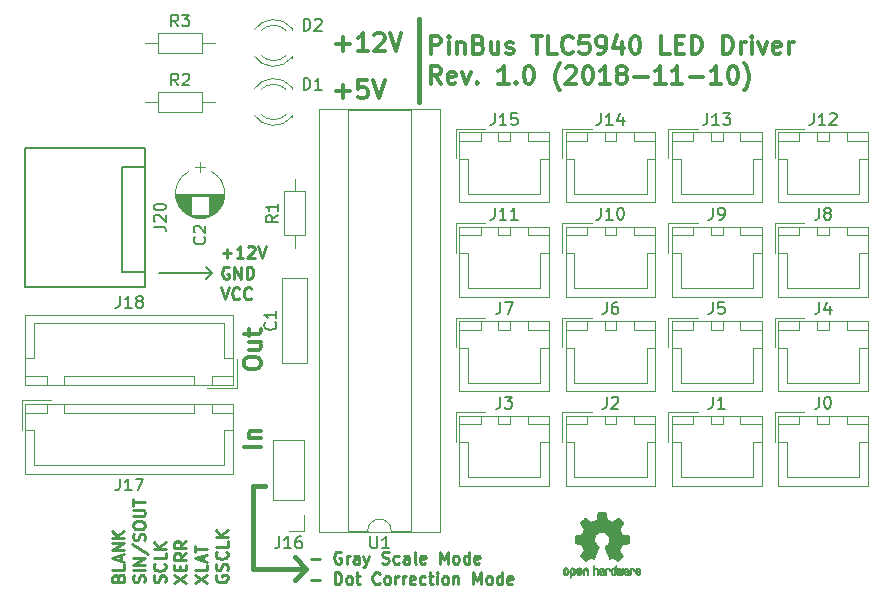
<source format=gbr>
G04 #@! TF.GenerationSoftware,KiCad,Pcbnew,(5.0.0)*
G04 #@! TF.CreationDate,2018-12-11T22:23:17+01:00*
G04 #@! TF.ProjectId,TLC5940_LED_driver_board-rev_1.0,544C43353934305F4C45445F64726976,rev?*
G04 #@! TF.SameCoordinates,Original*
G04 #@! TF.FileFunction,Legend,Top*
G04 #@! TF.FilePolarity,Positive*
%FSLAX46Y46*%
G04 Gerber Fmt 4.6, Leading zero omitted, Abs format (unit mm)*
G04 Created by KiCad (PCBNEW (5.0.0)) date 12/11/18 22:23:17*
%MOMM*%
%LPD*%
G01*
G04 APERTURE LIST*
%ADD10C,0.200000*%
%ADD11C,0.250000*%
%ADD12C,0.400000*%
%ADD13C,0.300000*%
%ADD14C,0.120000*%
%ADD15C,0.150000*%
%ADD16C,0.010000*%
G04 APERTURE END LIST*
D10*
X32500000Y-37500000D02*
X32000000Y-38000000D01*
X32000000Y-37000000D02*
X32500000Y-37500000D01*
X32500000Y-37500000D02*
X32000000Y-37000000D01*
X28000000Y-37500000D02*
X32500000Y-37500000D01*
D11*
X33400595Y-35821428D02*
X34162500Y-35821428D01*
X33781547Y-36202380D02*
X33781547Y-35440476D01*
X35162500Y-36202380D02*
X34591071Y-36202380D01*
X34876785Y-36202380D02*
X34876785Y-35202380D01*
X34781547Y-35345238D01*
X34686309Y-35440476D01*
X34591071Y-35488095D01*
X35543452Y-35297619D02*
X35591071Y-35250000D01*
X35686309Y-35202380D01*
X35924404Y-35202380D01*
X36019642Y-35250000D01*
X36067261Y-35297619D01*
X36114880Y-35392857D01*
X36114880Y-35488095D01*
X36067261Y-35630952D01*
X35495833Y-36202380D01*
X36114880Y-36202380D01*
X36400595Y-35202380D02*
X36733928Y-36202380D01*
X37067261Y-35202380D01*
X33924404Y-37000000D02*
X33829166Y-36952380D01*
X33686309Y-36952380D01*
X33543452Y-37000000D01*
X33448214Y-37095238D01*
X33400595Y-37190476D01*
X33352976Y-37380952D01*
X33352976Y-37523809D01*
X33400595Y-37714285D01*
X33448214Y-37809523D01*
X33543452Y-37904761D01*
X33686309Y-37952380D01*
X33781547Y-37952380D01*
X33924404Y-37904761D01*
X33972023Y-37857142D01*
X33972023Y-37523809D01*
X33781547Y-37523809D01*
X34400595Y-37952380D02*
X34400595Y-36952380D01*
X34972023Y-37952380D01*
X34972023Y-36952380D01*
X35448214Y-37952380D02*
X35448214Y-36952380D01*
X35686309Y-36952380D01*
X35829166Y-37000000D01*
X35924404Y-37095238D01*
X35972023Y-37190476D01*
X36019642Y-37380952D01*
X36019642Y-37523809D01*
X35972023Y-37714285D01*
X35924404Y-37809523D01*
X35829166Y-37904761D01*
X35686309Y-37952380D01*
X35448214Y-37952380D01*
X33257738Y-38702380D02*
X33591071Y-39702380D01*
X33924404Y-38702380D01*
X34829166Y-39607142D02*
X34781547Y-39654761D01*
X34638690Y-39702380D01*
X34543452Y-39702380D01*
X34400595Y-39654761D01*
X34305357Y-39559523D01*
X34257738Y-39464285D01*
X34210119Y-39273809D01*
X34210119Y-39130952D01*
X34257738Y-38940476D01*
X34305357Y-38845238D01*
X34400595Y-38750000D01*
X34543452Y-38702380D01*
X34638690Y-38702380D01*
X34781547Y-38750000D01*
X34829166Y-38797619D01*
X35829166Y-39607142D02*
X35781547Y-39654761D01*
X35638690Y-39702380D01*
X35543452Y-39702380D01*
X35400595Y-39654761D01*
X35305357Y-39559523D01*
X35257738Y-39464285D01*
X35210119Y-39273809D01*
X35210119Y-39130952D01*
X35257738Y-38940476D01*
X35305357Y-38845238D01*
X35400595Y-38750000D01*
X35543452Y-38702380D01*
X35638690Y-38702380D01*
X35781547Y-38750000D01*
X35829166Y-38797619D01*
D12*
X39500000Y-63500000D02*
X40500000Y-62500000D01*
X40500000Y-62500000D02*
X39500000Y-61500000D01*
X36000000Y-55500000D02*
X37000000Y-55500000D01*
X36000000Y-62500000D02*
X36000000Y-55500000D01*
X40500000Y-62500000D02*
X36000000Y-62500000D01*
D11*
X40900595Y-61696428D02*
X41662500Y-61696428D01*
X43424404Y-61125000D02*
X43329166Y-61077380D01*
X43186309Y-61077380D01*
X43043452Y-61125000D01*
X42948214Y-61220238D01*
X42900595Y-61315476D01*
X42852976Y-61505952D01*
X42852976Y-61648809D01*
X42900595Y-61839285D01*
X42948214Y-61934523D01*
X43043452Y-62029761D01*
X43186309Y-62077380D01*
X43281547Y-62077380D01*
X43424404Y-62029761D01*
X43472023Y-61982142D01*
X43472023Y-61648809D01*
X43281547Y-61648809D01*
X43900595Y-62077380D02*
X43900595Y-61410714D01*
X43900595Y-61601190D02*
X43948214Y-61505952D01*
X43995833Y-61458333D01*
X44091071Y-61410714D01*
X44186309Y-61410714D01*
X44948214Y-62077380D02*
X44948214Y-61553571D01*
X44900595Y-61458333D01*
X44805357Y-61410714D01*
X44614880Y-61410714D01*
X44519642Y-61458333D01*
X44948214Y-62029761D02*
X44852976Y-62077380D01*
X44614880Y-62077380D01*
X44519642Y-62029761D01*
X44472023Y-61934523D01*
X44472023Y-61839285D01*
X44519642Y-61744047D01*
X44614880Y-61696428D01*
X44852976Y-61696428D01*
X44948214Y-61648809D01*
X45329166Y-61410714D02*
X45567261Y-62077380D01*
X45805357Y-61410714D02*
X45567261Y-62077380D01*
X45472023Y-62315476D01*
X45424404Y-62363095D01*
X45329166Y-62410714D01*
X46900595Y-62029761D02*
X47043452Y-62077380D01*
X47281547Y-62077380D01*
X47376785Y-62029761D01*
X47424404Y-61982142D01*
X47472023Y-61886904D01*
X47472023Y-61791666D01*
X47424404Y-61696428D01*
X47376785Y-61648809D01*
X47281547Y-61601190D01*
X47091071Y-61553571D01*
X46995833Y-61505952D01*
X46948214Y-61458333D01*
X46900595Y-61363095D01*
X46900595Y-61267857D01*
X46948214Y-61172619D01*
X46995833Y-61125000D01*
X47091071Y-61077380D01*
X47329166Y-61077380D01*
X47472023Y-61125000D01*
X48329166Y-62029761D02*
X48233928Y-62077380D01*
X48043452Y-62077380D01*
X47948214Y-62029761D01*
X47900595Y-61982142D01*
X47852976Y-61886904D01*
X47852976Y-61601190D01*
X47900595Y-61505952D01*
X47948214Y-61458333D01*
X48043452Y-61410714D01*
X48233928Y-61410714D01*
X48329166Y-61458333D01*
X49186309Y-62077380D02*
X49186309Y-61553571D01*
X49138690Y-61458333D01*
X49043452Y-61410714D01*
X48852976Y-61410714D01*
X48757738Y-61458333D01*
X49186309Y-62029761D02*
X49091071Y-62077380D01*
X48852976Y-62077380D01*
X48757738Y-62029761D01*
X48710119Y-61934523D01*
X48710119Y-61839285D01*
X48757738Y-61744047D01*
X48852976Y-61696428D01*
X49091071Y-61696428D01*
X49186309Y-61648809D01*
X49805357Y-62077380D02*
X49710119Y-62029761D01*
X49662500Y-61934523D01*
X49662500Y-61077380D01*
X50567261Y-62029761D02*
X50472023Y-62077380D01*
X50281547Y-62077380D01*
X50186309Y-62029761D01*
X50138690Y-61934523D01*
X50138690Y-61553571D01*
X50186309Y-61458333D01*
X50281547Y-61410714D01*
X50472023Y-61410714D01*
X50567261Y-61458333D01*
X50614880Y-61553571D01*
X50614880Y-61648809D01*
X50138690Y-61744047D01*
X51805357Y-62077380D02*
X51805357Y-61077380D01*
X52138690Y-61791666D01*
X52472023Y-61077380D01*
X52472023Y-62077380D01*
X53091071Y-62077380D02*
X52995833Y-62029761D01*
X52948214Y-61982142D01*
X52900595Y-61886904D01*
X52900595Y-61601190D01*
X52948214Y-61505952D01*
X52995833Y-61458333D01*
X53091071Y-61410714D01*
X53233928Y-61410714D01*
X53329166Y-61458333D01*
X53376785Y-61505952D01*
X53424404Y-61601190D01*
X53424404Y-61886904D01*
X53376785Y-61982142D01*
X53329166Y-62029761D01*
X53233928Y-62077380D01*
X53091071Y-62077380D01*
X54281547Y-62077380D02*
X54281547Y-61077380D01*
X54281547Y-62029761D02*
X54186309Y-62077380D01*
X53995833Y-62077380D01*
X53900595Y-62029761D01*
X53852976Y-61982142D01*
X53805357Y-61886904D01*
X53805357Y-61601190D01*
X53852976Y-61505952D01*
X53900595Y-61458333D01*
X53995833Y-61410714D01*
X54186309Y-61410714D01*
X54281547Y-61458333D01*
X55138690Y-62029761D02*
X55043452Y-62077380D01*
X54852976Y-62077380D01*
X54757738Y-62029761D01*
X54710119Y-61934523D01*
X54710119Y-61553571D01*
X54757738Y-61458333D01*
X54852976Y-61410714D01*
X55043452Y-61410714D01*
X55138690Y-61458333D01*
X55186309Y-61553571D01*
X55186309Y-61648809D01*
X54710119Y-61744047D01*
X40900595Y-63446428D02*
X41662500Y-63446428D01*
X42900595Y-63827380D02*
X42900595Y-62827380D01*
X43138690Y-62827380D01*
X43281547Y-62875000D01*
X43376785Y-62970238D01*
X43424404Y-63065476D01*
X43472023Y-63255952D01*
X43472023Y-63398809D01*
X43424404Y-63589285D01*
X43376785Y-63684523D01*
X43281547Y-63779761D01*
X43138690Y-63827380D01*
X42900595Y-63827380D01*
X44043452Y-63827380D02*
X43948214Y-63779761D01*
X43900595Y-63732142D01*
X43852976Y-63636904D01*
X43852976Y-63351190D01*
X43900595Y-63255952D01*
X43948214Y-63208333D01*
X44043452Y-63160714D01*
X44186309Y-63160714D01*
X44281547Y-63208333D01*
X44329166Y-63255952D01*
X44376785Y-63351190D01*
X44376785Y-63636904D01*
X44329166Y-63732142D01*
X44281547Y-63779761D01*
X44186309Y-63827380D01*
X44043452Y-63827380D01*
X44662500Y-63160714D02*
X45043452Y-63160714D01*
X44805357Y-62827380D02*
X44805357Y-63684523D01*
X44852976Y-63779761D01*
X44948214Y-63827380D01*
X45043452Y-63827380D01*
X46710119Y-63732142D02*
X46662500Y-63779761D01*
X46519642Y-63827380D01*
X46424404Y-63827380D01*
X46281547Y-63779761D01*
X46186309Y-63684523D01*
X46138690Y-63589285D01*
X46091071Y-63398809D01*
X46091071Y-63255952D01*
X46138690Y-63065476D01*
X46186309Y-62970238D01*
X46281547Y-62875000D01*
X46424404Y-62827380D01*
X46519642Y-62827380D01*
X46662500Y-62875000D01*
X46710119Y-62922619D01*
X47281547Y-63827380D02*
X47186309Y-63779761D01*
X47138690Y-63732142D01*
X47091071Y-63636904D01*
X47091071Y-63351190D01*
X47138690Y-63255952D01*
X47186309Y-63208333D01*
X47281547Y-63160714D01*
X47424404Y-63160714D01*
X47519642Y-63208333D01*
X47567261Y-63255952D01*
X47614880Y-63351190D01*
X47614880Y-63636904D01*
X47567261Y-63732142D01*
X47519642Y-63779761D01*
X47424404Y-63827380D01*
X47281547Y-63827380D01*
X48043452Y-63827380D02*
X48043452Y-63160714D01*
X48043452Y-63351190D02*
X48091071Y-63255952D01*
X48138690Y-63208333D01*
X48233928Y-63160714D01*
X48329166Y-63160714D01*
X48662500Y-63827380D02*
X48662500Y-63160714D01*
X48662500Y-63351190D02*
X48710119Y-63255952D01*
X48757738Y-63208333D01*
X48852976Y-63160714D01*
X48948214Y-63160714D01*
X49662500Y-63779761D02*
X49567261Y-63827380D01*
X49376785Y-63827380D01*
X49281547Y-63779761D01*
X49233928Y-63684523D01*
X49233928Y-63303571D01*
X49281547Y-63208333D01*
X49376785Y-63160714D01*
X49567261Y-63160714D01*
X49662500Y-63208333D01*
X49710119Y-63303571D01*
X49710119Y-63398809D01*
X49233928Y-63494047D01*
X50567261Y-63779761D02*
X50472023Y-63827380D01*
X50281547Y-63827380D01*
X50186309Y-63779761D01*
X50138690Y-63732142D01*
X50091071Y-63636904D01*
X50091071Y-63351190D01*
X50138690Y-63255952D01*
X50186309Y-63208333D01*
X50281547Y-63160714D01*
X50472023Y-63160714D01*
X50567261Y-63208333D01*
X50852976Y-63160714D02*
X51233928Y-63160714D01*
X50995833Y-62827380D02*
X50995833Y-63684523D01*
X51043452Y-63779761D01*
X51138690Y-63827380D01*
X51233928Y-63827380D01*
X51567261Y-63827380D02*
X51567261Y-63160714D01*
X51567261Y-62827380D02*
X51519642Y-62875000D01*
X51567261Y-62922619D01*
X51614880Y-62875000D01*
X51567261Y-62827380D01*
X51567261Y-62922619D01*
X52186309Y-63827380D02*
X52091071Y-63779761D01*
X52043452Y-63732142D01*
X51995833Y-63636904D01*
X51995833Y-63351190D01*
X52043452Y-63255952D01*
X52091071Y-63208333D01*
X52186309Y-63160714D01*
X52329166Y-63160714D01*
X52424404Y-63208333D01*
X52472023Y-63255952D01*
X52519642Y-63351190D01*
X52519642Y-63636904D01*
X52472023Y-63732142D01*
X52424404Y-63779761D01*
X52329166Y-63827380D01*
X52186309Y-63827380D01*
X52948214Y-63160714D02*
X52948214Y-63827380D01*
X52948214Y-63255952D02*
X52995833Y-63208333D01*
X53091071Y-63160714D01*
X53233928Y-63160714D01*
X53329166Y-63208333D01*
X53376785Y-63303571D01*
X53376785Y-63827380D01*
X54614880Y-63827380D02*
X54614880Y-62827380D01*
X54948214Y-63541666D01*
X55281547Y-62827380D01*
X55281547Y-63827380D01*
X55900595Y-63827380D02*
X55805357Y-63779761D01*
X55757738Y-63732142D01*
X55710119Y-63636904D01*
X55710119Y-63351190D01*
X55757738Y-63255952D01*
X55805357Y-63208333D01*
X55900595Y-63160714D01*
X56043452Y-63160714D01*
X56138690Y-63208333D01*
X56186309Y-63255952D01*
X56233928Y-63351190D01*
X56233928Y-63636904D01*
X56186309Y-63732142D01*
X56138690Y-63779761D01*
X56043452Y-63827380D01*
X55900595Y-63827380D01*
X57091071Y-63827380D02*
X57091071Y-62827380D01*
X57091071Y-63779761D02*
X56995833Y-63827380D01*
X56805357Y-63827380D01*
X56710119Y-63779761D01*
X56662500Y-63732142D01*
X56614880Y-63636904D01*
X56614880Y-63351190D01*
X56662500Y-63255952D01*
X56710119Y-63208333D01*
X56805357Y-63160714D01*
X56995833Y-63160714D01*
X57091071Y-63208333D01*
X57948214Y-63779761D02*
X57852976Y-63827380D01*
X57662500Y-63827380D01*
X57567261Y-63779761D01*
X57519642Y-63684523D01*
X57519642Y-63303571D01*
X57567261Y-63208333D01*
X57662500Y-63160714D01*
X57852976Y-63160714D01*
X57948214Y-63208333D01*
X57995833Y-63303571D01*
X57995833Y-63398809D01*
X57519642Y-63494047D01*
D12*
X50000000Y-23000000D02*
X50000000Y-16000000D01*
D13*
X51052142Y-18903571D02*
X51052142Y-17403571D01*
X51623571Y-17403571D01*
X51766428Y-17475000D01*
X51837857Y-17546428D01*
X51909285Y-17689285D01*
X51909285Y-17903571D01*
X51837857Y-18046428D01*
X51766428Y-18117857D01*
X51623571Y-18189285D01*
X51052142Y-18189285D01*
X52552142Y-18903571D02*
X52552142Y-17903571D01*
X52552142Y-17403571D02*
X52480714Y-17475000D01*
X52552142Y-17546428D01*
X52623571Y-17475000D01*
X52552142Y-17403571D01*
X52552142Y-17546428D01*
X53266428Y-17903571D02*
X53266428Y-18903571D01*
X53266428Y-18046428D02*
X53337857Y-17975000D01*
X53480714Y-17903571D01*
X53695000Y-17903571D01*
X53837857Y-17975000D01*
X53909285Y-18117857D01*
X53909285Y-18903571D01*
X55123571Y-18117857D02*
X55337857Y-18189285D01*
X55409285Y-18260714D01*
X55480714Y-18403571D01*
X55480714Y-18617857D01*
X55409285Y-18760714D01*
X55337857Y-18832142D01*
X55195000Y-18903571D01*
X54623571Y-18903571D01*
X54623571Y-17403571D01*
X55123571Y-17403571D01*
X55266428Y-17475000D01*
X55337857Y-17546428D01*
X55409285Y-17689285D01*
X55409285Y-17832142D01*
X55337857Y-17975000D01*
X55266428Y-18046428D01*
X55123571Y-18117857D01*
X54623571Y-18117857D01*
X56766428Y-17903571D02*
X56766428Y-18903571D01*
X56123571Y-17903571D02*
X56123571Y-18689285D01*
X56195000Y-18832142D01*
X56337857Y-18903571D01*
X56552142Y-18903571D01*
X56695000Y-18832142D01*
X56766428Y-18760714D01*
X57409285Y-18832142D02*
X57552142Y-18903571D01*
X57837857Y-18903571D01*
X57980714Y-18832142D01*
X58052142Y-18689285D01*
X58052142Y-18617857D01*
X57980714Y-18475000D01*
X57837857Y-18403571D01*
X57623571Y-18403571D01*
X57480714Y-18332142D01*
X57409285Y-18189285D01*
X57409285Y-18117857D01*
X57480714Y-17975000D01*
X57623571Y-17903571D01*
X57837857Y-17903571D01*
X57980714Y-17975000D01*
X59623571Y-17403571D02*
X60480714Y-17403571D01*
X60052142Y-18903571D02*
X60052142Y-17403571D01*
X61695000Y-18903571D02*
X60980714Y-18903571D01*
X60980714Y-17403571D01*
X63052142Y-18760714D02*
X62980714Y-18832142D01*
X62766428Y-18903571D01*
X62623571Y-18903571D01*
X62409285Y-18832142D01*
X62266428Y-18689285D01*
X62195000Y-18546428D01*
X62123571Y-18260714D01*
X62123571Y-18046428D01*
X62195000Y-17760714D01*
X62266428Y-17617857D01*
X62409285Y-17475000D01*
X62623571Y-17403571D01*
X62766428Y-17403571D01*
X62980714Y-17475000D01*
X63052142Y-17546428D01*
X64409285Y-17403571D02*
X63695000Y-17403571D01*
X63623571Y-18117857D01*
X63695000Y-18046428D01*
X63837857Y-17975000D01*
X64195000Y-17975000D01*
X64337857Y-18046428D01*
X64409285Y-18117857D01*
X64480714Y-18260714D01*
X64480714Y-18617857D01*
X64409285Y-18760714D01*
X64337857Y-18832142D01*
X64195000Y-18903571D01*
X63837857Y-18903571D01*
X63695000Y-18832142D01*
X63623571Y-18760714D01*
X65195000Y-18903571D02*
X65480714Y-18903571D01*
X65623571Y-18832142D01*
X65695000Y-18760714D01*
X65837857Y-18546428D01*
X65909285Y-18260714D01*
X65909285Y-17689285D01*
X65837857Y-17546428D01*
X65766428Y-17475000D01*
X65623571Y-17403571D01*
X65337857Y-17403571D01*
X65195000Y-17475000D01*
X65123571Y-17546428D01*
X65052142Y-17689285D01*
X65052142Y-18046428D01*
X65123571Y-18189285D01*
X65195000Y-18260714D01*
X65337857Y-18332142D01*
X65623571Y-18332142D01*
X65766428Y-18260714D01*
X65837857Y-18189285D01*
X65909285Y-18046428D01*
X67195000Y-17903571D02*
X67195000Y-18903571D01*
X66837857Y-17332142D02*
X66480714Y-18403571D01*
X67409285Y-18403571D01*
X68266428Y-17403571D02*
X68409285Y-17403571D01*
X68552142Y-17475000D01*
X68623571Y-17546428D01*
X68695000Y-17689285D01*
X68766428Y-17975000D01*
X68766428Y-18332142D01*
X68695000Y-18617857D01*
X68623571Y-18760714D01*
X68552142Y-18832142D01*
X68409285Y-18903571D01*
X68266428Y-18903571D01*
X68123571Y-18832142D01*
X68052142Y-18760714D01*
X67980714Y-18617857D01*
X67909285Y-18332142D01*
X67909285Y-17975000D01*
X67980714Y-17689285D01*
X68052142Y-17546428D01*
X68123571Y-17475000D01*
X68266428Y-17403571D01*
X71266428Y-18903571D02*
X70552142Y-18903571D01*
X70552142Y-17403571D01*
X71766428Y-18117857D02*
X72266428Y-18117857D01*
X72480714Y-18903571D02*
X71766428Y-18903571D01*
X71766428Y-17403571D01*
X72480714Y-17403571D01*
X73123571Y-18903571D02*
X73123571Y-17403571D01*
X73480714Y-17403571D01*
X73695000Y-17475000D01*
X73837857Y-17617857D01*
X73909285Y-17760714D01*
X73980714Y-18046428D01*
X73980714Y-18260714D01*
X73909285Y-18546428D01*
X73837857Y-18689285D01*
X73695000Y-18832142D01*
X73480714Y-18903571D01*
X73123571Y-18903571D01*
X75766428Y-18903571D02*
X75766428Y-17403571D01*
X76123571Y-17403571D01*
X76337857Y-17475000D01*
X76480714Y-17617857D01*
X76552142Y-17760714D01*
X76623571Y-18046428D01*
X76623571Y-18260714D01*
X76552142Y-18546428D01*
X76480714Y-18689285D01*
X76337857Y-18832142D01*
X76123571Y-18903571D01*
X75766428Y-18903571D01*
X77266428Y-18903571D02*
X77266428Y-17903571D01*
X77266428Y-18189285D02*
X77337857Y-18046428D01*
X77409285Y-17975000D01*
X77552142Y-17903571D01*
X77695000Y-17903571D01*
X78195000Y-18903571D02*
X78195000Y-17903571D01*
X78195000Y-17403571D02*
X78123571Y-17475000D01*
X78195000Y-17546428D01*
X78266428Y-17475000D01*
X78195000Y-17403571D01*
X78195000Y-17546428D01*
X78766428Y-17903571D02*
X79123571Y-18903571D01*
X79480714Y-17903571D01*
X80623571Y-18832142D02*
X80480714Y-18903571D01*
X80195000Y-18903571D01*
X80052142Y-18832142D01*
X79980714Y-18689285D01*
X79980714Y-18117857D01*
X80052142Y-17975000D01*
X80195000Y-17903571D01*
X80480714Y-17903571D01*
X80623571Y-17975000D01*
X80695000Y-18117857D01*
X80695000Y-18260714D01*
X79980714Y-18403571D01*
X81337857Y-18903571D02*
X81337857Y-17903571D01*
X81337857Y-18189285D02*
X81409285Y-18046428D01*
X81480714Y-17975000D01*
X81623571Y-17903571D01*
X81766428Y-17903571D01*
X51909285Y-21453571D02*
X51409285Y-20739285D01*
X51052142Y-21453571D02*
X51052142Y-19953571D01*
X51623571Y-19953571D01*
X51766428Y-20025000D01*
X51837857Y-20096428D01*
X51909285Y-20239285D01*
X51909285Y-20453571D01*
X51837857Y-20596428D01*
X51766428Y-20667857D01*
X51623571Y-20739285D01*
X51052142Y-20739285D01*
X53123571Y-21382142D02*
X52980714Y-21453571D01*
X52695000Y-21453571D01*
X52552142Y-21382142D01*
X52480714Y-21239285D01*
X52480714Y-20667857D01*
X52552142Y-20525000D01*
X52695000Y-20453571D01*
X52980714Y-20453571D01*
X53123571Y-20525000D01*
X53195000Y-20667857D01*
X53195000Y-20810714D01*
X52480714Y-20953571D01*
X53695000Y-20453571D02*
X54052142Y-21453571D01*
X54409285Y-20453571D01*
X54980714Y-21310714D02*
X55052142Y-21382142D01*
X54980714Y-21453571D01*
X54909285Y-21382142D01*
X54980714Y-21310714D01*
X54980714Y-21453571D01*
X57623571Y-21453571D02*
X56766428Y-21453571D01*
X57195000Y-21453571D02*
X57195000Y-19953571D01*
X57052142Y-20167857D01*
X56909285Y-20310714D01*
X56766428Y-20382142D01*
X58266428Y-21310714D02*
X58337857Y-21382142D01*
X58266428Y-21453571D01*
X58195000Y-21382142D01*
X58266428Y-21310714D01*
X58266428Y-21453571D01*
X59266428Y-19953571D02*
X59409285Y-19953571D01*
X59552142Y-20025000D01*
X59623571Y-20096428D01*
X59695000Y-20239285D01*
X59766428Y-20525000D01*
X59766428Y-20882142D01*
X59695000Y-21167857D01*
X59623571Y-21310714D01*
X59552142Y-21382142D01*
X59409285Y-21453571D01*
X59266428Y-21453571D01*
X59123571Y-21382142D01*
X59052142Y-21310714D01*
X58980714Y-21167857D01*
X58909285Y-20882142D01*
X58909285Y-20525000D01*
X58980714Y-20239285D01*
X59052142Y-20096428D01*
X59123571Y-20025000D01*
X59266428Y-19953571D01*
X61980714Y-22025000D02*
X61909285Y-21953571D01*
X61766428Y-21739285D01*
X61695000Y-21596428D01*
X61623571Y-21382142D01*
X61552142Y-21025000D01*
X61552142Y-20739285D01*
X61623571Y-20382142D01*
X61695000Y-20167857D01*
X61766428Y-20025000D01*
X61909285Y-19810714D01*
X61980714Y-19739285D01*
X62480714Y-20096428D02*
X62552142Y-20025000D01*
X62695000Y-19953571D01*
X63052142Y-19953571D01*
X63195000Y-20025000D01*
X63266428Y-20096428D01*
X63337857Y-20239285D01*
X63337857Y-20382142D01*
X63266428Y-20596428D01*
X62409285Y-21453571D01*
X63337857Y-21453571D01*
X64266428Y-19953571D02*
X64409285Y-19953571D01*
X64552142Y-20025000D01*
X64623571Y-20096428D01*
X64695000Y-20239285D01*
X64766428Y-20525000D01*
X64766428Y-20882142D01*
X64695000Y-21167857D01*
X64623571Y-21310714D01*
X64552142Y-21382142D01*
X64409285Y-21453571D01*
X64266428Y-21453571D01*
X64123571Y-21382142D01*
X64052142Y-21310714D01*
X63980714Y-21167857D01*
X63909285Y-20882142D01*
X63909285Y-20525000D01*
X63980714Y-20239285D01*
X64052142Y-20096428D01*
X64123571Y-20025000D01*
X64266428Y-19953571D01*
X66195000Y-21453571D02*
X65337857Y-21453571D01*
X65766428Y-21453571D02*
X65766428Y-19953571D01*
X65623571Y-20167857D01*
X65480714Y-20310714D01*
X65337857Y-20382142D01*
X67052142Y-20596428D02*
X66909285Y-20525000D01*
X66837857Y-20453571D01*
X66766428Y-20310714D01*
X66766428Y-20239285D01*
X66837857Y-20096428D01*
X66909285Y-20025000D01*
X67052142Y-19953571D01*
X67337857Y-19953571D01*
X67480714Y-20025000D01*
X67552142Y-20096428D01*
X67623571Y-20239285D01*
X67623571Y-20310714D01*
X67552142Y-20453571D01*
X67480714Y-20525000D01*
X67337857Y-20596428D01*
X67052142Y-20596428D01*
X66909285Y-20667857D01*
X66837857Y-20739285D01*
X66766428Y-20882142D01*
X66766428Y-21167857D01*
X66837857Y-21310714D01*
X66909285Y-21382142D01*
X67052142Y-21453571D01*
X67337857Y-21453571D01*
X67480714Y-21382142D01*
X67552142Y-21310714D01*
X67623571Y-21167857D01*
X67623571Y-20882142D01*
X67552142Y-20739285D01*
X67480714Y-20667857D01*
X67337857Y-20596428D01*
X68266428Y-20882142D02*
X69409285Y-20882142D01*
X70909285Y-21453571D02*
X70052142Y-21453571D01*
X70480714Y-21453571D02*
X70480714Y-19953571D01*
X70337857Y-20167857D01*
X70195000Y-20310714D01*
X70052142Y-20382142D01*
X72337857Y-21453571D02*
X71480714Y-21453571D01*
X71909285Y-21453571D02*
X71909285Y-19953571D01*
X71766428Y-20167857D01*
X71623571Y-20310714D01*
X71480714Y-20382142D01*
X72980714Y-20882142D02*
X74123571Y-20882142D01*
X75623571Y-21453571D02*
X74766428Y-21453571D01*
X75195000Y-21453571D02*
X75195000Y-19953571D01*
X75052142Y-20167857D01*
X74909285Y-20310714D01*
X74766428Y-20382142D01*
X76552142Y-19953571D02*
X76695000Y-19953571D01*
X76837857Y-20025000D01*
X76909285Y-20096428D01*
X76980714Y-20239285D01*
X77052142Y-20525000D01*
X77052142Y-20882142D01*
X76980714Y-21167857D01*
X76909285Y-21310714D01*
X76837857Y-21382142D01*
X76695000Y-21453571D01*
X76552142Y-21453571D01*
X76409285Y-21382142D01*
X76337857Y-21310714D01*
X76266428Y-21167857D01*
X76195000Y-20882142D01*
X76195000Y-20525000D01*
X76266428Y-20239285D01*
X76337857Y-20096428D01*
X76409285Y-20025000D01*
X76552142Y-19953571D01*
X77552142Y-22025000D02*
X77623571Y-21953571D01*
X77766428Y-21739285D01*
X77837857Y-21596428D01*
X77909285Y-21382142D01*
X77980714Y-21025000D01*
X77980714Y-20739285D01*
X77909285Y-20382142D01*
X77837857Y-20167857D01*
X77766428Y-20025000D01*
X77623571Y-19810714D01*
X77552142Y-19739285D01*
D11*
X24553571Y-63266071D02*
X24601190Y-63123214D01*
X24648809Y-63075595D01*
X24744047Y-63027976D01*
X24886904Y-63027976D01*
X24982142Y-63075595D01*
X25029761Y-63123214D01*
X25077380Y-63218452D01*
X25077380Y-63599404D01*
X24077380Y-63599404D01*
X24077380Y-63266071D01*
X24125000Y-63170833D01*
X24172619Y-63123214D01*
X24267857Y-63075595D01*
X24363095Y-63075595D01*
X24458333Y-63123214D01*
X24505952Y-63170833D01*
X24553571Y-63266071D01*
X24553571Y-63599404D01*
X25077380Y-62123214D02*
X25077380Y-62599404D01*
X24077380Y-62599404D01*
X24791666Y-61837500D02*
X24791666Y-61361309D01*
X25077380Y-61932738D02*
X24077380Y-61599404D01*
X25077380Y-61266071D01*
X25077380Y-60932738D02*
X24077380Y-60932738D01*
X25077380Y-60361309D01*
X24077380Y-60361309D01*
X25077380Y-59885119D02*
X24077380Y-59885119D01*
X25077380Y-59313690D02*
X24505952Y-59742261D01*
X24077380Y-59313690D02*
X24648809Y-59885119D01*
X26779761Y-63647023D02*
X26827380Y-63504166D01*
X26827380Y-63266071D01*
X26779761Y-63170833D01*
X26732142Y-63123214D01*
X26636904Y-63075595D01*
X26541666Y-63075595D01*
X26446428Y-63123214D01*
X26398809Y-63170833D01*
X26351190Y-63266071D01*
X26303571Y-63456547D01*
X26255952Y-63551785D01*
X26208333Y-63599404D01*
X26113095Y-63647023D01*
X26017857Y-63647023D01*
X25922619Y-63599404D01*
X25875000Y-63551785D01*
X25827380Y-63456547D01*
X25827380Y-63218452D01*
X25875000Y-63075595D01*
X26827380Y-62647023D02*
X25827380Y-62647023D01*
X26827380Y-62170833D02*
X25827380Y-62170833D01*
X26827380Y-61599404D01*
X25827380Y-61599404D01*
X25779761Y-60408928D02*
X27065476Y-61266071D01*
X26779761Y-60123214D02*
X26827380Y-59980357D01*
X26827380Y-59742261D01*
X26779761Y-59647023D01*
X26732142Y-59599404D01*
X26636904Y-59551785D01*
X26541666Y-59551785D01*
X26446428Y-59599404D01*
X26398809Y-59647023D01*
X26351190Y-59742261D01*
X26303571Y-59932738D01*
X26255952Y-60027976D01*
X26208333Y-60075595D01*
X26113095Y-60123214D01*
X26017857Y-60123214D01*
X25922619Y-60075595D01*
X25875000Y-60027976D01*
X25827380Y-59932738D01*
X25827380Y-59694642D01*
X25875000Y-59551785D01*
X25827380Y-58932738D02*
X25827380Y-58742261D01*
X25875000Y-58647023D01*
X25970238Y-58551785D01*
X26160714Y-58504166D01*
X26494047Y-58504166D01*
X26684523Y-58551785D01*
X26779761Y-58647023D01*
X26827380Y-58742261D01*
X26827380Y-58932738D01*
X26779761Y-59027976D01*
X26684523Y-59123214D01*
X26494047Y-59170833D01*
X26160714Y-59170833D01*
X25970238Y-59123214D01*
X25875000Y-59027976D01*
X25827380Y-58932738D01*
X25827380Y-58075595D02*
X26636904Y-58075595D01*
X26732142Y-58027976D01*
X26779761Y-57980357D01*
X26827380Y-57885119D01*
X26827380Y-57694642D01*
X26779761Y-57599404D01*
X26732142Y-57551785D01*
X26636904Y-57504166D01*
X25827380Y-57504166D01*
X25827380Y-57170833D02*
X25827380Y-56599404D01*
X26827380Y-56885119D02*
X25827380Y-56885119D01*
X28529761Y-63647023D02*
X28577380Y-63504166D01*
X28577380Y-63266071D01*
X28529761Y-63170833D01*
X28482142Y-63123214D01*
X28386904Y-63075595D01*
X28291666Y-63075595D01*
X28196428Y-63123214D01*
X28148809Y-63170833D01*
X28101190Y-63266071D01*
X28053571Y-63456547D01*
X28005952Y-63551785D01*
X27958333Y-63599404D01*
X27863095Y-63647023D01*
X27767857Y-63647023D01*
X27672619Y-63599404D01*
X27625000Y-63551785D01*
X27577380Y-63456547D01*
X27577380Y-63218452D01*
X27625000Y-63075595D01*
X28482142Y-62075595D02*
X28529761Y-62123214D01*
X28577380Y-62266071D01*
X28577380Y-62361309D01*
X28529761Y-62504166D01*
X28434523Y-62599404D01*
X28339285Y-62647023D01*
X28148809Y-62694642D01*
X28005952Y-62694642D01*
X27815476Y-62647023D01*
X27720238Y-62599404D01*
X27625000Y-62504166D01*
X27577380Y-62361309D01*
X27577380Y-62266071D01*
X27625000Y-62123214D01*
X27672619Y-62075595D01*
X28577380Y-61170833D02*
X28577380Y-61647023D01*
X27577380Y-61647023D01*
X28577380Y-60837500D02*
X27577380Y-60837500D01*
X28577380Y-60266071D02*
X28005952Y-60694642D01*
X27577380Y-60266071D02*
X28148809Y-60837500D01*
X29327380Y-63694642D02*
X30327380Y-63027976D01*
X29327380Y-63027976D02*
X30327380Y-63694642D01*
X29803571Y-62647023D02*
X29803571Y-62313690D01*
X30327380Y-62170833D02*
X30327380Y-62647023D01*
X29327380Y-62647023D01*
X29327380Y-62170833D01*
X30327380Y-61170833D02*
X29851190Y-61504166D01*
X30327380Y-61742261D02*
X29327380Y-61742261D01*
X29327380Y-61361309D01*
X29375000Y-61266071D01*
X29422619Y-61218452D01*
X29517857Y-61170833D01*
X29660714Y-61170833D01*
X29755952Y-61218452D01*
X29803571Y-61266071D01*
X29851190Y-61361309D01*
X29851190Y-61742261D01*
X30327380Y-60170833D02*
X29851190Y-60504166D01*
X30327380Y-60742261D02*
X29327380Y-60742261D01*
X29327380Y-60361309D01*
X29375000Y-60266071D01*
X29422619Y-60218452D01*
X29517857Y-60170833D01*
X29660714Y-60170833D01*
X29755952Y-60218452D01*
X29803571Y-60266071D01*
X29851190Y-60361309D01*
X29851190Y-60742261D01*
X31077380Y-63694642D02*
X32077380Y-63027976D01*
X31077380Y-63027976D02*
X32077380Y-63694642D01*
X32077380Y-62170833D02*
X32077380Y-62647023D01*
X31077380Y-62647023D01*
X31791666Y-61885119D02*
X31791666Y-61408928D01*
X32077380Y-61980357D02*
X31077380Y-61647023D01*
X32077380Y-61313690D01*
X31077380Y-61123214D02*
X31077380Y-60551785D01*
X32077380Y-60837500D02*
X31077380Y-60837500D01*
X32875000Y-63075595D02*
X32827380Y-63170833D01*
X32827380Y-63313690D01*
X32875000Y-63456547D01*
X32970238Y-63551785D01*
X33065476Y-63599404D01*
X33255952Y-63647023D01*
X33398809Y-63647023D01*
X33589285Y-63599404D01*
X33684523Y-63551785D01*
X33779761Y-63456547D01*
X33827380Y-63313690D01*
X33827380Y-63218452D01*
X33779761Y-63075595D01*
X33732142Y-63027976D01*
X33398809Y-63027976D01*
X33398809Y-63218452D01*
X33779761Y-62647023D02*
X33827380Y-62504166D01*
X33827380Y-62266071D01*
X33779761Y-62170833D01*
X33732142Y-62123214D01*
X33636904Y-62075595D01*
X33541666Y-62075595D01*
X33446428Y-62123214D01*
X33398809Y-62170833D01*
X33351190Y-62266071D01*
X33303571Y-62456547D01*
X33255952Y-62551785D01*
X33208333Y-62599404D01*
X33113095Y-62647023D01*
X33017857Y-62647023D01*
X32922619Y-62599404D01*
X32875000Y-62551785D01*
X32827380Y-62456547D01*
X32827380Y-62218452D01*
X32875000Y-62075595D01*
X33732142Y-61075595D02*
X33779761Y-61123214D01*
X33827380Y-61266071D01*
X33827380Y-61361309D01*
X33779761Y-61504166D01*
X33684523Y-61599404D01*
X33589285Y-61647023D01*
X33398809Y-61694642D01*
X33255952Y-61694642D01*
X33065476Y-61647023D01*
X32970238Y-61599404D01*
X32875000Y-61504166D01*
X32827380Y-61361309D01*
X32827380Y-61266071D01*
X32875000Y-61123214D01*
X32922619Y-61075595D01*
X33827380Y-60170833D02*
X33827380Y-60647023D01*
X32827380Y-60647023D01*
X33827380Y-59837500D02*
X32827380Y-59837500D01*
X33827380Y-59266071D02*
X33255952Y-59694642D01*
X32827380Y-59266071D02*
X33398809Y-59837500D01*
D13*
X43052142Y-22107142D02*
X44195000Y-22107142D01*
X43623571Y-22678571D02*
X43623571Y-21535714D01*
X45623571Y-21178571D02*
X44909285Y-21178571D01*
X44837857Y-21892857D01*
X44909285Y-21821428D01*
X45052142Y-21750000D01*
X45409285Y-21750000D01*
X45552142Y-21821428D01*
X45623571Y-21892857D01*
X45695000Y-22035714D01*
X45695000Y-22392857D01*
X45623571Y-22535714D01*
X45552142Y-22607142D01*
X45409285Y-22678571D01*
X45052142Y-22678571D01*
X44909285Y-22607142D01*
X44837857Y-22535714D01*
X46123571Y-21178571D02*
X46623571Y-22678571D01*
X47123571Y-21178571D01*
X43052142Y-18107142D02*
X44195000Y-18107142D01*
X43623571Y-18678571D02*
X43623571Y-17535714D01*
X45695000Y-18678571D02*
X44837857Y-18678571D01*
X45266428Y-18678571D02*
X45266428Y-17178571D01*
X45123571Y-17392857D01*
X44980714Y-17535714D01*
X44837857Y-17607142D01*
X46266428Y-17321428D02*
X46337857Y-17250000D01*
X46480714Y-17178571D01*
X46837857Y-17178571D01*
X46980714Y-17250000D01*
X47052142Y-17321428D01*
X47123571Y-17464285D01*
X47123571Y-17607142D01*
X47052142Y-17821428D01*
X46195000Y-18678571D01*
X47123571Y-18678571D01*
X47552142Y-17178571D02*
X48052142Y-18678571D01*
X48552142Y-17178571D01*
X36678571Y-52178571D02*
X35178571Y-52178571D01*
X35678571Y-51464285D02*
X36678571Y-51464285D01*
X35821428Y-51464285D02*
X35750000Y-51392857D01*
X35678571Y-51250000D01*
X35678571Y-51035714D01*
X35750000Y-50892857D01*
X35892857Y-50821428D01*
X36678571Y-50821428D01*
X35178571Y-45250000D02*
X35178571Y-44964285D01*
X35250000Y-44821428D01*
X35392857Y-44678571D01*
X35678571Y-44607142D01*
X36178571Y-44607142D01*
X36464285Y-44678571D01*
X36607142Y-44821428D01*
X36678571Y-44964285D01*
X36678571Y-45250000D01*
X36607142Y-45392857D01*
X36464285Y-45535714D01*
X36178571Y-45607142D01*
X35678571Y-45607142D01*
X35392857Y-45535714D01*
X35250000Y-45392857D01*
X35178571Y-45250000D01*
X35678571Y-43321428D02*
X36678571Y-43321428D01*
X35678571Y-43964285D02*
X36464285Y-43964285D01*
X36607142Y-43892857D01*
X36678571Y-43750000D01*
X36678571Y-43535714D01*
X36607142Y-43392857D01*
X36535714Y-43321428D01*
X35678571Y-42821428D02*
X35678571Y-42250000D01*
X35178571Y-42607142D02*
X36464285Y-42607142D01*
X36607142Y-42535714D01*
X36678571Y-42392857D01*
X36678571Y-42250000D01*
D14*
G04 #@! TO.C,U1*
X41550000Y-59390000D02*
X51830000Y-59390000D01*
X41550000Y-23590000D02*
X41550000Y-59390000D01*
X51830000Y-23590000D02*
X41550000Y-23590000D01*
X51830000Y-59390000D02*
X51830000Y-23590000D01*
X44040000Y-59330000D02*
X45690000Y-59330000D01*
X44040000Y-23650000D02*
X44040000Y-59330000D01*
X49340000Y-23650000D02*
X44040000Y-23650000D01*
X49340000Y-59330000D02*
X49340000Y-23650000D01*
X47690000Y-59330000D02*
X49340000Y-59330000D01*
X45690000Y-59330000D02*
G75*
G02X47690000Y-59330000I1000000J0D01*
G01*
G04 #@! TO.C,J4*
X80450000Y-41550000D02*
X80450000Y-47500000D01*
X80450000Y-47500000D02*
X88050000Y-47500000D01*
X88050000Y-47500000D02*
X88050000Y-41550000D01*
X88050000Y-41550000D02*
X80450000Y-41550000D01*
X83750000Y-41550000D02*
X83750000Y-42300000D01*
X83750000Y-42300000D02*
X84750000Y-42300000D01*
X84750000Y-42300000D02*
X84750000Y-41550000D01*
X84750000Y-41550000D02*
X83750000Y-41550000D01*
X80450000Y-41550000D02*
X80450000Y-42300000D01*
X80450000Y-42300000D02*
X82250000Y-42300000D01*
X82250000Y-42300000D02*
X82250000Y-41550000D01*
X82250000Y-41550000D02*
X80450000Y-41550000D01*
X86250000Y-41550000D02*
X86250000Y-42300000D01*
X86250000Y-42300000D02*
X88050000Y-42300000D01*
X88050000Y-42300000D02*
X88050000Y-41550000D01*
X88050000Y-41550000D02*
X86250000Y-41550000D01*
X80450000Y-43800000D02*
X81200000Y-43800000D01*
X81200000Y-43800000D02*
X81200000Y-46750000D01*
X81200000Y-46750000D02*
X84250000Y-46750000D01*
X88050000Y-43800000D02*
X87300000Y-43800000D01*
X87300000Y-43800000D02*
X87300000Y-46750000D01*
X87300000Y-46750000D02*
X84250000Y-46750000D01*
X82650000Y-41250000D02*
X80150000Y-41250000D01*
X80150000Y-41250000D02*
X80150000Y-43750000D01*
G04 #@! TO.C,J11*
X53450000Y-33550000D02*
X53450000Y-39500000D01*
X53450000Y-39500000D02*
X61050000Y-39500000D01*
X61050000Y-39500000D02*
X61050000Y-33550000D01*
X61050000Y-33550000D02*
X53450000Y-33550000D01*
X56750000Y-33550000D02*
X56750000Y-34300000D01*
X56750000Y-34300000D02*
X57750000Y-34300000D01*
X57750000Y-34300000D02*
X57750000Y-33550000D01*
X57750000Y-33550000D02*
X56750000Y-33550000D01*
X53450000Y-33550000D02*
X53450000Y-34300000D01*
X53450000Y-34300000D02*
X55250000Y-34300000D01*
X55250000Y-34300000D02*
X55250000Y-33550000D01*
X55250000Y-33550000D02*
X53450000Y-33550000D01*
X59250000Y-33550000D02*
X59250000Y-34300000D01*
X59250000Y-34300000D02*
X61050000Y-34300000D01*
X61050000Y-34300000D02*
X61050000Y-33550000D01*
X61050000Y-33550000D02*
X59250000Y-33550000D01*
X53450000Y-35800000D02*
X54200000Y-35800000D01*
X54200000Y-35800000D02*
X54200000Y-38750000D01*
X54200000Y-38750000D02*
X57250000Y-38750000D01*
X61050000Y-35800000D02*
X60300000Y-35800000D01*
X60300000Y-35800000D02*
X60300000Y-38750000D01*
X60300000Y-38750000D02*
X57250000Y-38750000D01*
X55650000Y-33250000D02*
X53150000Y-33250000D01*
X53150000Y-33250000D02*
X53150000Y-35750000D01*
G04 #@! TO.C,C2*
X31950000Y-28500000D02*
X31050000Y-28500000D01*
X31500000Y-28050000D02*
X31500000Y-28950000D01*
X31665000Y-32831000D02*
X31335000Y-32831000D01*
X31915000Y-32791000D02*
X31085000Y-32791000D01*
X32067000Y-32751000D02*
X30933000Y-32751000D01*
X32186000Y-32711000D02*
X30814000Y-32711000D01*
X32286000Y-32671000D02*
X30714000Y-32671000D01*
X32374000Y-32631000D02*
X30626000Y-32631000D01*
X32452000Y-32591000D02*
X30548000Y-32591000D01*
X32523000Y-32551000D02*
X30477000Y-32551000D01*
X30720000Y-32511000D02*
X30412000Y-32511000D01*
X32588000Y-32511000D02*
X32280000Y-32511000D01*
X30720000Y-32471000D02*
X30352000Y-32471000D01*
X32648000Y-32471000D02*
X32280000Y-32471000D01*
X30720000Y-32431000D02*
X30296000Y-32431000D01*
X32704000Y-32431000D02*
X32280000Y-32431000D01*
X30720000Y-32391000D02*
X30244000Y-32391000D01*
X32756000Y-32391000D02*
X32280000Y-32391000D01*
X30720000Y-32351000D02*
X30195000Y-32351000D01*
X32805000Y-32351000D02*
X32280000Y-32351000D01*
X30720000Y-32311000D02*
X30149000Y-32311000D01*
X32851000Y-32311000D02*
X32280000Y-32311000D01*
X30720000Y-32271000D02*
X30105000Y-32271000D01*
X32895000Y-32271000D02*
X32280000Y-32271000D01*
X30720000Y-32231000D02*
X30064000Y-32231000D01*
X32936000Y-32231000D02*
X32280000Y-32231000D01*
X30720000Y-32191000D02*
X30025000Y-32191000D01*
X32975000Y-32191000D02*
X32280000Y-32191000D01*
X30720000Y-32151000D02*
X29988000Y-32151000D01*
X33012000Y-32151000D02*
X32280000Y-32151000D01*
X30720000Y-32111000D02*
X29953000Y-32111000D01*
X33047000Y-32111000D02*
X32280000Y-32111000D01*
X30720000Y-32071000D02*
X29919000Y-32071000D01*
X33081000Y-32071000D02*
X32280000Y-32071000D01*
X30720000Y-32031000D02*
X29887000Y-32031000D01*
X33113000Y-32031000D02*
X32280000Y-32031000D01*
X30720000Y-31991000D02*
X29857000Y-31991000D01*
X33143000Y-31991000D02*
X32280000Y-31991000D01*
X30720000Y-31951000D02*
X29828000Y-31951000D01*
X33172000Y-31951000D02*
X32280000Y-31951000D01*
X30720000Y-31911000D02*
X29801000Y-31911000D01*
X33199000Y-31911000D02*
X32280000Y-31911000D01*
X30720000Y-31871000D02*
X29775000Y-31871000D01*
X33225000Y-31871000D02*
X32280000Y-31871000D01*
X30720000Y-31831000D02*
X29750000Y-31831000D01*
X33250000Y-31831000D02*
X32280000Y-31831000D01*
X30720000Y-31791000D02*
X29727000Y-31791000D01*
X33273000Y-31791000D02*
X32280000Y-31791000D01*
X30720000Y-31751000D02*
X29704000Y-31751000D01*
X33296000Y-31751000D02*
X32280000Y-31751000D01*
X30720000Y-31711000D02*
X29683000Y-31711000D01*
X33317000Y-31711000D02*
X32280000Y-31711000D01*
X30720000Y-31671000D02*
X29663000Y-31671000D01*
X33337000Y-31671000D02*
X32280000Y-31671000D01*
X30720000Y-31631000D02*
X29644000Y-31631000D01*
X33356000Y-31631000D02*
X32280000Y-31631000D01*
X30720000Y-31591000D02*
X29626000Y-31591000D01*
X33374000Y-31591000D02*
X32280000Y-31591000D01*
X30720000Y-31551000D02*
X29609000Y-31551000D01*
X33391000Y-31551000D02*
X32280000Y-31551000D01*
X30720000Y-31511000D02*
X29593000Y-31511000D01*
X33407000Y-31511000D02*
X32280000Y-31511000D01*
X30720000Y-31471000D02*
X29577000Y-31471000D01*
X33423000Y-31471000D02*
X32280000Y-31471000D01*
X30720000Y-31430000D02*
X29563000Y-31430000D01*
X33437000Y-31430000D02*
X32280000Y-31430000D01*
X30720000Y-31390000D02*
X29550000Y-31390000D01*
X33450000Y-31390000D02*
X32280000Y-31390000D01*
X30720000Y-31350000D02*
X29537000Y-31350000D01*
X33463000Y-31350000D02*
X32280000Y-31350000D01*
X30720000Y-31310000D02*
X29526000Y-31310000D01*
X33474000Y-31310000D02*
X32280000Y-31310000D01*
X30720000Y-31270000D02*
X29515000Y-31270000D01*
X33485000Y-31270000D02*
X32280000Y-31270000D01*
X30720000Y-31230000D02*
X29505000Y-31230000D01*
X33495000Y-31230000D02*
X32280000Y-31230000D01*
X30720000Y-31190000D02*
X29496000Y-31190000D01*
X33504000Y-31190000D02*
X32280000Y-31190000D01*
X30720000Y-31150000D02*
X29488000Y-31150000D01*
X33512000Y-31150000D02*
X32280000Y-31150000D01*
X30720000Y-31110000D02*
X29481000Y-31110000D01*
X33519000Y-31110000D02*
X32280000Y-31110000D01*
X30720000Y-31070000D02*
X29474000Y-31070000D01*
X33526000Y-31070000D02*
X32280000Y-31070000D01*
X30720000Y-31030000D02*
X29468000Y-31030000D01*
X33532000Y-31030000D02*
X32280000Y-31030000D01*
X30720000Y-30990000D02*
X29463000Y-30990000D01*
X33537000Y-30990000D02*
X32280000Y-30990000D01*
X33541000Y-30950000D02*
X29459000Y-30950000D01*
X33544000Y-30910000D02*
X29456000Y-30910000D01*
X33547000Y-30870000D02*
X29453000Y-30870000D01*
X33549000Y-30830000D02*
X29451000Y-30830000D01*
X33550000Y-30790000D02*
X29450000Y-30790000D01*
X33550000Y-30750000D02*
X29450000Y-30750000D01*
X30520830Y-32596436D02*
G75*
G03X32480000Y-32595996I979170J1846436D01*
G01*
X30520830Y-32596436D02*
G75*
G02X30520000Y-28904004I979170J1846436D01*
G01*
X32479170Y-32596436D02*
G75*
G03X32480000Y-28904004I-979170J1846436D01*
G01*
G04 #@! TO.C,J0*
X80450000Y-49550000D02*
X80450000Y-55500000D01*
X80450000Y-55500000D02*
X88050000Y-55500000D01*
X88050000Y-55500000D02*
X88050000Y-49550000D01*
X88050000Y-49550000D02*
X80450000Y-49550000D01*
X83750000Y-49550000D02*
X83750000Y-50300000D01*
X83750000Y-50300000D02*
X84750000Y-50300000D01*
X84750000Y-50300000D02*
X84750000Y-49550000D01*
X84750000Y-49550000D02*
X83750000Y-49550000D01*
X80450000Y-49550000D02*
X80450000Y-50300000D01*
X80450000Y-50300000D02*
X82250000Y-50300000D01*
X82250000Y-50300000D02*
X82250000Y-49550000D01*
X82250000Y-49550000D02*
X80450000Y-49550000D01*
X86250000Y-49550000D02*
X86250000Y-50300000D01*
X86250000Y-50300000D02*
X88050000Y-50300000D01*
X88050000Y-50300000D02*
X88050000Y-49550000D01*
X88050000Y-49550000D02*
X86250000Y-49550000D01*
X80450000Y-51800000D02*
X81200000Y-51800000D01*
X81200000Y-51800000D02*
X81200000Y-54750000D01*
X81200000Y-54750000D02*
X84250000Y-54750000D01*
X88050000Y-51800000D02*
X87300000Y-51800000D01*
X87300000Y-51800000D02*
X87300000Y-54750000D01*
X87300000Y-54750000D02*
X84250000Y-54750000D01*
X82650000Y-49250000D02*
X80150000Y-49250000D01*
X80150000Y-49250000D02*
X80150000Y-51750000D01*
G04 #@! TO.C,J1*
X71150000Y-49250000D02*
X71150000Y-51750000D01*
X73650000Y-49250000D02*
X71150000Y-49250000D01*
X78300000Y-54750000D02*
X75250000Y-54750000D01*
X78300000Y-51800000D02*
X78300000Y-54750000D01*
X79050000Y-51800000D02*
X78300000Y-51800000D01*
X72200000Y-54750000D02*
X75250000Y-54750000D01*
X72200000Y-51800000D02*
X72200000Y-54750000D01*
X71450000Y-51800000D02*
X72200000Y-51800000D01*
X79050000Y-49550000D02*
X77250000Y-49550000D01*
X79050000Y-50300000D02*
X79050000Y-49550000D01*
X77250000Y-50300000D02*
X79050000Y-50300000D01*
X77250000Y-49550000D02*
X77250000Y-50300000D01*
X73250000Y-49550000D02*
X71450000Y-49550000D01*
X73250000Y-50300000D02*
X73250000Y-49550000D01*
X71450000Y-50300000D02*
X73250000Y-50300000D01*
X71450000Y-49550000D02*
X71450000Y-50300000D01*
X75750000Y-49550000D02*
X74750000Y-49550000D01*
X75750000Y-50300000D02*
X75750000Y-49550000D01*
X74750000Y-50300000D02*
X75750000Y-50300000D01*
X74750000Y-49550000D02*
X74750000Y-50300000D01*
X79050000Y-49550000D02*
X71450000Y-49550000D01*
X79050000Y-55500000D02*
X79050000Y-49550000D01*
X71450000Y-55500000D02*
X79050000Y-55500000D01*
X71450000Y-49550000D02*
X71450000Y-55500000D01*
G04 #@! TO.C,J2*
X62450000Y-49550000D02*
X62450000Y-55500000D01*
X62450000Y-55500000D02*
X70050000Y-55500000D01*
X70050000Y-55500000D02*
X70050000Y-49550000D01*
X70050000Y-49550000D02*
X62450000Y-49550000D01*
X65750000Y-49550000D02*
X65750000Y-50300000D01*
X65750000Y-50300000D02*
X66750000Y-50300000D01*
X66750000Y-50300000D02*
X66750000Y-49550000D01*
X66750000Y-49550000D02*
X65750000Y-49550000D01*
X62450000Y-49550000D02*
X62450000Y-50300000D01*
X62450000Y-50300000D02*
X64250000Y-50300000D01*
X64250000Y-50300000D02*
X64250000Y-49550000D01*
X64250000Y-49550000D02*
X62450000Y-49550000D01*
X68250000Y-49550000D02*
X68250000Y-50300000D01*
X68250000Y-50300000D02*
X70050000Y-50300000D01*
X70050000Y-50300000D02*
X70050000Y-49550000D01*
X70050000Y-49550000D02*
X68250000Y-49550000D01*
X62450000Y-51800000D02*
X63200000Y-51800000D01*
X63200000Y-51800000D02*
X63200000Y-54750000D01*
X63200000Y-54750000D02*
X66250000Y-54750000D01*
X70050000Y-51800000D02*
X69300000Y-51800000D01*
X69300000Y-51800000D02*
X69300000Y-54750000D01*
X69300000Y-54750000D02*
X66250000Y-54750000D01*
X64650000Y-49250000D02*
X62150000Y-49250000D01*
X62150000Y-49250000D02*
X62150000Y-51750000D01*
G04 #@! TO.C,J3*
X53150000Y-49250000D02*
X53150000Y-51750000D01*
X55650000Y-49250000D02*
X53150000Y-49250000D01*
X60300000Y-54750000D02*
X57250000Y-54750000D01*
X60300000Y-51800000D02*
X60300000Y-54750000D01*
X61050000Y-51800000D02*
X60300000Y-51800000D01*
X54200000Y-54750000D02*
X57250000Y-54750000D01*
X54200000Y-51800000D02*
X54200000Y-54750000D01*
X53450000Y-51800000D02*
X54200000Y-51800000D01*
X61050000Y-49550000D02*
X59250000Y-49550000D01*
X61050000Y-50300000D02*
X61050000Y-49550000D01*
X59250000Y-50300000D02*
X61050000Y-50300000D01*
X59250000Y-49550000D02*
X59250000Y-50300000D01*
X55250000Y-49550000D02*
X53450000Y-49550000D01*
X55250000Y-50300000D02*
X55250000Y-49550000D01*
X53450000Y-50300000D02*
X55250000Y-50300000D01*
X53450000Y-49550000D02*
X53450000Y-50300000D01*
X57750000Y-49550000D02*
X56750000Y-49550000D01*
X57750000Y-50300000D02*
X57750000Y-49550000D01*
X56750000Y-50300000D02*
X57750000Y-50300000D01*
X56750000Y-49550000D02*
X56750000Y-50300000D01*
X61050000Y-49550000D02*
X53450000Y-49550000D01*
X61050000Y-55500000D02*
X61050000Y-49550000D01*
X53450000Y-55500000D02*
X61050000Y-55500000D01*
X53450000Y-49550000D02*
X53450000Y-55500000D01*
G04 #@! TO.C,J5*
X71150000Y-41250000D02*
X71150000Y-43750000D01*
X73650000Y-41250000D02*
X71150000Y-41250000D01*
X78300000Y-46750000D02*
X75250000Y-46750000D01*
X78300000Y-43800000D02*
X78300000Y-46750000D01*
X79050000Y-43800000D02*
X78300000Y-43800000D01*
X72200000Y-46750000D02*
X75250000Y-46750000D01*
X72200000Y-43800000D02*
X72200000Y-46750000D01*
X71450000Y-43800000D02*
X72200000Y-43800000D01*
X79050000Y-41550000D02*
X77250000Y-41550000D01*
X79050000Y-42300000D02*
X79050000Y-41550000D01*
X77250000Y-42300000D02*
X79050000Y-42300000D01*
X77250000Y-41550000D02*
X77250000Y-42300000D01*
X73250000Y-41550000D02*
X71450000Y-41550000D01*
X73250000Y-42300000D02*
X73250000Y-41550000D01*
X71450000Y-42300000D02*
X73250000Y-42300000D01*
X71450000Y-41550000D02*
X71450000Y-42300000D01*
X75750000Y-41550000D02*
X74750000Y-41550000D01*
X75750000Y-42300000D02*
X75750000Y-41550000D01*
X74750000Y-42300000D02*
X75750000Y-42300000D01*
X74750000Y-41550000D02*
X74750000Y-42300000D01*
X79050000Y-41550000D02*
X71450000Y-41550000D01*
X79050000Y-47500000D02*
X79050000Y-41550000D01*
X71450000Y-47500000D02*
X79050000Y-47500000D01*
X71450000Y-41550000D02*
X71450000Y-47500000D01*
G04 #@! TO.C,J6*
X62450000Y-41550000D02*
X62450000Y-47500000D01*
X62450000Y-47500000D02*
X70050000Y-47500000D01*
X70050000Y-47500000D02*
X70050000Y-41550000D01*
X70050000Y-41550000D02*
X62450000Y-41550000D01*
X65750000Y-41550000D02*
X65750000Y-42300000D01*
X65750000Y-42300000D02*
X66750000Y-42300000D01*
X66750000Y-42300000D02*
X66750000Y-41550000D01*
X66750000Y-41550000D02*
X65750000Y-41550000D01*
X62450000Y-41550000D02*
X62450000Y-42300000D01*
X62450000Y-42300000D02*
X64250000Y-42300000D01*
X64250000Y-42300000D02*
X64250000Y-41550000D01*
X64250000Y-41550000D02*
X62450000Y-41550000D01*
X68250000Y-41550000D02*
X68250000Y-42300000D01*
X68250000Y-42300000D02*
X70050000Y-42300000D01*
X70050000Y-42300000D02*
X70050000Y-41550000D01*
X70050000Y-41550000D02*
X68250000Y-41550000D01*
X62450000Y-43800000D02*
X63200000Y-43800000D01*
X63200000Y-43800000D02*
X63200000Y-46750000D01*
X63200000Y-46750000D02*
X66250000Y-46750000D01*
X70050000Y-43800000D02*
X69300000Y-43800000D01*
X69300000Y-43800000D02*
X69300000Y-46750000D01*
X69300000Y-46750000D02*
X66250000Y-46750000D01*
X64650000Y-41250000D02*
X62150000Y-41250000D01*
X62150000Y-41250000D02*
X62150000Y-43750000D01*
G04 #@! TO.C,J7*
X53150000Y-41250000D02*
X53150000Y-43750000D01*
X55650000Y-41250000D02*
X53150000Y-41250000D01*
X60300000Y-46750000D02*
X57250000Y-46750000D01*
X60300000Y-43800000D02*
X60300000Y-46750000D01*
X61050000Y-43800000D02*
X60300000Y-43800000D01*
X54200000Y-46750000D02*
X57250000Y-46750000D01*
X54200000Y-43800000D02*
X54200000Y-46750000D01*
X53450000Y-43800000D02*
X54200000Y-43800000D01*
X61050000Y-41550000D02*
X59250000Y-41550000D01*
X61050000Y-42300000D02*
X61050000Y-41550000D01*
X59250000Y-42300000D02*
X61050000Y-42300000D01*
X59250000Y-41550000D02*
X59250000Y-42300000D01*
X55250000Y-41550000D02*
X53450000Y-41550000D01*
X55250000Y-42300000D02*
X55250000Y-41550000D01*
X53450000Y-42300000D02*
X55250000Y-42300000D01*
X53450000Y-41550000D02*
X53450000Y-42300000D01*
X57750000Y-41550000D02*
X56750000Y-41550000D01*
X57750000Y-42300000D02*
X57750000Y-41550000D01*
X56750000Y-42300000D02*
X57750000Y-42300000D01*
X56750000Y-41550000D02*
X56750000Y-42300000D01*
X61050000Y-41550000D02*
X53450000Y-41550000D01*
X61050000Y-47500000D02*
X61050000Y-41550000D01*
X53450000Y-47500000D02*
X61050000Y-47500000D01*
X53450000Y-41550000D02*
X53450000Y-47500000D01*
G04 #@! TO.C,J8*
X80450000Y-33550000D02*
X80450000Y-39500000D01*
X80450000Y-39500000D02*
X88050000Y-39500000D01*
X88050000Y-39500000D02*
X88050000Y-33550000D01*
X88050000Y-33550000D02*
X80450000Y-33550000D01*
X83750000Y-33550000D02*
X83750000Y-34300000D01*
X83750000Y-34300000D02*
X84750000Y-34300000D01*
X84750000Y-34300000D02*
X84750000Y-33550000D01*
X84750000Y-33550000D02*
X83750000Y-33550000D01*
X80450000Y-33550000D02*
X80450000Y-34300000D01*
X80450000Y-34300000D02*
X82250000Y-34300000D01*
X82250000Y-34300000D02*
X82250000Y-33550000D01*
X82250000Y-33550000D02*
X80450000Y-33550000D01*
X86250000Y-33550000D02*
X86250000Y-34300000D01*
X86250000Y-34300000D02*
X88050000Y-34300000D01*
X88050000Y-34300000D02*
X88050000Y-33550000D01*
X88050000Y-33550000D02*
X86250000Y-33550000D01*
X80450000Y-35800000D02*
X81200000Y-35800000D01*
X81200000Y-35800000D02*
X81200000Y-38750000D01*
X81200000Y-38750000D02*
X84250000Y-38750000D01*
X88050000Y-35800000D02*
X87300000Y-35800000D01*
X87300000Y-35800000D02*
X87300000Y-38750000D01*
X87300000Y-38750000D02*
X84250000Y-38750000D01*
X82650000Y-33250000D02*
X80150000Y-33250000D01*
X80150000Y-33250000D02*
X80150000Y-35750000D01*
G04 #@! TO.C,J9*
X71150000Y-33250000D02*
X71150000Y-35750000D01*
X73650000Y-33250000D02*
X71150000Y-33250000D01*
X78300000Y-38750000D02*
X75250000Y-38750000D01*
X78300000Y-35800000D02*
X78300000Y-38750000D01*
X79050000Y-35800000D02*
X78300000Y-35800000D01*
X72200000Y-38750000D02*
X75250000Y-38750000D01*
X72200000Y-35800000D02*
X72200000Y-38750000D01*
X71450000Y-35800000D02*
X72200000Y-35800000D01*
X79050000Y-33550000D02*
X77250000Y-33550000D01*
X79050000Y-34300000D02*
X79050000Y-33550000D01*
X77250000Y-34300000D02*
X79050000Y-34300000D01*
X77250000Y-33550000D02*
X77250000Y-34300000D01*
X73250000Y-33550000D02*
X71450000Y-33550000D01*
X73250000Y-34300000D02*
X73250000Y-33550000D01*
X71450000Y-34300000D02*
X73250000Y-34300000D01*
X71450000Y-33550000D02*
X71450000Y-34300000D01*
X75750000Y-33550000D02*
X74750000Y-33550000D01*
X75750000Y-34300000D02*
X75750000Y-33550000D01*
X74750000Y-34300000D02*
X75750000Y-34300000D01*
X74750000Y-33550000D02*
X74750000Y-34300000D01*
X79050000Y-33550000D02*
X71450000Y-33550000D01*
X79050000Y-39500000D02*
X79050000Y-33550000D01*
X71450000Y-39500000D02*
X79050000Y-39500000D01*
X71450000Y-33550000D02*
X71450000Y-39500000D01*
G04 #@! TO.C,J10*
X62150000Y-33250000D02*
X62150000Y-35750000D01*
X64650000Y-33250000D02*
X62150000Y-33250000D01*
X69300000Y-38750000D02*
X66250000Y-38750000D01*
X69300000Y-35800000D02*
X69300000Y-38750000D01*
X70050000Y-35800000D02*
X69300000Y-35800000D01*
X63200000Y-38750000D02*
X66250000Y-38750000D01*
X63200000Y-35800000D02*
X63200000Y-38750000D01*
X62450000Y-35800000D02*
X63200000Y-35800000D01*
X70050000Y-33550000D02*
X68250000Y-33550000D01*
X70050000Y-34300000D02*
X70050000Y-33550000D01*
X68250000Y-34300000D02*
X70050000Y-34300000D01*
X68250000Y-33550000D02*
X68250000Y-34300000D01*
X64250000Y-33550000D02*
X62450000Y-33550000D01*
X64250000Y-34300000D02*
X64250000Y-33550000D01*
X62450000Y-34300000D02*
X64250000Y-34300000D01*
X62450000Y-33550000D02*
X62450000Y-34300000D01*
X66750000Y-33550000D02*
X65750000Y-33550000D01*
X66750000Y-34300000D02*
X66750000Y-33550000D01*
X65750000Y-34300000D02*
X66750000Y-34300000D01*
X65750000Y-33550000D02*
X65750000Y-34300000D01*
X70050000Y-33550000D02*
X62450000Y-33550000D01*
X70050000Y-39500000D02*
X70050000Y-33550000D01*
X62450000Y-39500000D02*
X70050000Y-39500000D01*
X62450000Y-33550000D02*
X62450000Y-39500000D01*
G04 #@! TO.C,J12*
X80150000Y-25250000D02*
X80150000Y-27750000D01*
X82650000Y-25250000D02*
X80150000Y-25250000D01*
X87300000Y-30750000D02*
X84250000Y-30750000D01*
X87300000Y-27800000D02*
X87300000Y-30750000D01*
X88050000Y-27800000D02*
X87300000Y-27800000D01*
X81200000Y-30750000D02*
X84250000Y-30750000D01*
X81200000Y-27800000D02*
X81200000Y-30750000D01*
X80450000Y-27800000D02*
X81200000Y-27800000D01*
X88050000Y-25550000D02*
X86250000Y-25550000D01*
X88050000Y-26300000D02*
X88050000Y-25550000D01*
X86250000Y-26300000D02*
X88050000Y-26300000D01*
X86250000Y-25550000D02*
X86250000Y-26300000D01*
X82250000Y-25550000D02*
X80450000Y-25550000D01*
X82250000Y-26300000D02*
X82250000Y-25550000D01*
X80450000Y-26300000D02*
X82250000Y-26300000D01*
X80450000Y-25550000D02*
X80450000Y-26300000D01*
X84750000Y-25550000D02*
X83750000Y-25550000D01*
X84750000Y-26300000D02*
X84750000Y-25550000D01*
X83750000Y-26300000D02*
X84750000Y-26300000D01*
X83750000Y-25550000D02*
X83750000Y-26300000D01*
X88050000Y-25550000D02*
X80450000Y-25550000D01*
X88050000Y-31500000D02*
X88050000Y-25550000D01*
X80450000Y-31500000D02*
X88050000Y-31500000D01*
X80450000Y-25550000D02*
X80450000Y-31500000D01*
G04 #@! TO.C,J13*
X71450000Y-25550000D02*
X71450000Y-31500000D01*
X71450000Y-31500000D02*
X79050000Y-31500000D01*
X79050000Y-31500000D02*
X79050000Y-25550000D01*
X79050000Y-25550000D02*
X71450000Y-25550000D01*
X74750000Y-25550000D02*
X74750000Y-26300000D01*
X74750000Y-26300000D02*
X75750000Y-26300000D01*
X75750000Y-26300000D02*
X75750000Y-25550000D01*
X75750000Y-25550000D02*
X74750000Y-25550000D01*
X71450000Y-25550000D02*
X71450000Y-26300000D01*
X71450000Y-26300000D02*
X73250000Y-26300000D01*
X73250000Y-26300000D02*
X73250000Y-25550000D01*
X73250000Y-25550000D02*
X71450000Y-25550000D01*
X77250000Y-25550000D02*
X77250000Y-26300000D01*
X77250000Y-26300000D02*
X79050000Y-26300000D01*
X79050000Y-26300000D02*
X79050000Y-25550000D01*
X79050000Y-25550000D02*
X77250000Y-25550000D01*
X71450000Y-27800000D02*
X72200000Y-27800000D01*
X72200000Y-27800000D02*
X72200000Y-30750000D01*
X72200000Y-30750000D02*
X75250000Y-30750000D01*
X79050000Y-27800000D02*
X78300000Y-27800000D01*
X78300000Y-27800000D02*
X78300000Y-30750000D01*
X78300000Y-30750000D02*
X75250000Y-30750000D01*
X73650000Y-25250000D02*
X71150000Y-25250000D01*
X71150000Y-25250000D02*
X71150000Y-27750000D01*
G04 #@! TO.C,J14*
X62150000Y-25250000D02*
X62150000Y-27750000D01*
X64650000Y-25250000D02*
X62150000Y-25250000D01*
X69300000Y-30750000D02*
X66250000Y-30750000D01*
X69300000Y-27800000D02*
X69300000Y-30750000D01*
X70050000Y-27800000D02*
X69300000Y-27800000D01*
X63200000Y-30750000D02*
X66250000Y-30750000D01*
X63200000Y-27800000D02*
X63200000Y-30750000D01*
X62450000Y-27800000D02*
X63200000Y-27800000D01*
X70050000Y-25550000D02*
X68250000Y-25550000D01*
X70050000Y-26300000D02*
X70050000Y-25550000D01*
X68250000Y-26300000D02*
X70050000Y-26300000D01*
X68250000Y-25550000D02*
X68250000Y-26300000D01*
X64250000Y-25550000D02*
X62450000Y-25550000D01*
X64250000Y-26300000D02*
X64250000Y-25550000D01*
X62450000Y-26300000D02*
X64250000Y-26300000D01*
X62450000Y-25550000D02*
X62450000Y-26300000D01*
X66750000Y-25550000D02*
X65750000Y-25550000D01*
X66750000Y-26300000D02*
X66750000Y-25550000D01*
X65750000Y-26300000D02*
X66750000Y-26300000D01*
X65750000Y-25550000D02*
X65750000Y-26300000D01*
X70050000Y-25550000D02*
X62450000Y-25550000D01*
X70050000Y-31500000D02*
X70050000Y-25550000D01*
X62450000Y-31500000D02*
X70050000Y-31500000D01*
X62450000Y-25550000D02*
X62450000Y-31500000D01*
G04 #@! TO.C,J15*
X53450000Y-25550000D02*
X53450000Y-31500000D01*
X53450000Y-31500000D02*
X61050000Y-31500000D01*
X61050000Y-31500000D02*
X61050000Y-25550000D01*
X61050000Y-25550000D02*
X53450000Y-25550000D01*
X56750000Y-25550000D02*
X56750000Y-26300000D01*
X56750000Y-26300000D02*
X57750000Y-26300000D01*
X57750000Y-26300000D02*
X57750000Y-25550000D01*
X57750000Y-25550000D02*
X56750000Y-25550000D01*
X53450000Y-25550000D02*
X53450000Y-26300000D01*
X53450000Y-26300000D02*
X55250000Y-26300000D01*
X55250000Y-26300000D02*
X55250000Y-25550000D01*
X55250000Y-25550000D02*
X53450000Y-25550000D01*
X59250000Y-25550000D02*
X59250000Y-26300000D01*
X59250000Y-26300000D02*
X61050000Y-26300000D01*
X61050000Y-26300000D02*
X61050000Y-25550000D01*
X61050000Y-25550000D02*
X59250000Y-25550000D01*
X53450000Y-27800000D02*
X54200000Y-27800000D01*
X54200000Y-27800000D02*
X54200000Y-30750000D01*
X54200000Y-30750000D02*
X57250000Y-30750000D01*
X61050000Y-27800000D02*
X60300000Y-27800000D01*
X60300000Y-27800000D02*
X60300000Y-30750000D01*
X60300000Y-30750000D02*
X57250000Y-30750000D01*
X55650000Y-25250000D02*
X53150000Y-25250000D01*
X53150000Y-25250000D02*
X53150000Y-27750000D01*
G04 #@! TO.C,J16*
X40330000Y-59330000D02*
X39000000Y-59330000D01*
X40330000Y-58000000D02*
X40330000Y-59330000D01*
X37670000Y-56730000D02*
X40330000Y-56730000D01*
X37670000Y-51590000D02*
X37670000Y-56730000D01*
X40330000Y-51590000D02*
X37670000Y-51590000D01*
X40330000Y-56730000D02*
X40330000Y-51590000D01*
G04 #@! TO.C,J17*
X16716702Y-48547261D02*
X16716702Y-54497261D01*
X16716702Y-54497261D02*
X34316702Y-54497261D01*
X34316702Y-54497261D02*
X34316702Y-48547261D01*
X34316702Y-48547261D02*
X16716702Y-48547261D01*
X20016702Y-48547261D02*
X20016702Y-49297261D01*
X20016702Y-49297261D02*
X31016702Y-49297261D01*
X31016702Y-49297261D02*
X31016702Y-48547261D01*
X31016702Y-48547261D02*
X20016702Y-48547261D01*
X16716702Y-48547261D02*
X16716702Y-49297261D01*
X16716702Y-49297261D02*
X18516702Y-49297261D01*
X18516702Y-49297261D02*
X18516702Y-48547261D01*
X18516702Y-48547261D02*
X16716702Y-48547261D01*
X32516702Y-48547261D02*
X32516702Y-49297261D01*
X32516702Y-49297261D02*
X34316702Y-49297261D01*
X34316702Y-49297261D02*
X34316702Y-48547261D01*
X34316702Y-48547261D02*
X32516702Y-48547261D01*
X16716702Y-50797261D02*
X17466702Y-50797261D01*
X17466702Y-50797261D02*
X17466702Y-53747261D01*
X17466702Y-53747261D02*
X25516702Y-53747261D01*
X34316702Y-50797261D02*
X33566702Y-50797261D01*
X33566702Y-50797261D02*
X33566702Y-53747261D01*
X33566702Y-53747261D02*
X25516702Y-53747261D01*
X18916702Y-48247261D02*
X16416702Y-48247261D01*
X16416702Y-48247261D02*
X16416702Y-50747261D01*
G04 #@! TO.C,J18*
X34616702Y-47247261D02*
X34616702Y-44747261D01*
X32116702Y-47247261D02*
X34616702Y-47247261D01*
X17466702Y-41747261D02*
X25516702Y-41747261D01*
X17466702Y-44697261D02*
X17466702Y-41747261D01*
X16716702Y-44697261D02*
X17466702Y-44697261D01*
X33566702Y-41747261D02*
X25516702Y-41747261D01*
X33566702Y-44697261D02*
X33566702Y-41747261D01*
X34316702Y-44697261D02*
X33566702Y-44697261D01*
X16716702Y-46947261D02*
X18516702Y-46947261D01*
X16716702Y-46197261D02*
X16716702Y-46947261D01*
X18516702Y-46197261D02*
X16716702Y-46197261D01*
X18516702Y-46947261D02*
X18516702Y-46197261D01*
X32516702Y-46947261D02*
X34316702Y-46947261D01*
X32516702Y-46197261D02*
X32516702Y-46947261D01*
X34316702Y-46197261D02*
X32516702Y-46197261D01*
X34316702Y-46947261D02*
X34316702Y-46197261D01*
X20016702Y-46947261D02*
X31016702Y-46947261D01*
X20016702Y-46197261D02*
X20016702Y-46947261D01*
X31016702Y-46197261D02*
X20016702Y-46197261D01*
X31016702Y-46947261D02*
X31016702Y-46197261D01*
X16716702Y-46947261D02*
X34316702Y-46947261D01*
X16716702Y-40997261D02*
X16716702Y-46947261D01*
X34316702Y-40997261D02*
X16716702Y-40997261D01*
X34316702Y-46947261D02*
X34316702Y-40997261D01*
G04 #@! TO.C,R1*
X39500000Y-29480400D02*
X39500000Y-30550400D01*
X39500000Y-35340400D02*
X39500000Y-34270400D01*
X38640000Y-30550400D02*
X38640000Y-34270400D01*
X40360000Y-30550400D02*
X38640000Y-30550400D01*
X40360000Y-34270400D02*
X40360000Y-30550400D01*
X38640000Y-34270400D02*
X40360000Y-34270400D01*
D15*
G04 #@! TO.C,J20*
X26830000Y-38655000D02*
X16670000Y-38655000D01*
X26830000Y-26907500D02*
X26830000Y-38655000D01*
X16670000Y-26907500D02*
X26830000Y-26907500D01*
X16670000Y-38655000D02*
X16670000Y-26907500D01*
X24925000Y-28495000D02*
X26830000Y-28495000D01*
X24925000Y-37385000D02*
X24925000Y-28495000D01*
X26830000Y-37385000D02*
X24925000Y-37385000D01*
D14*
G04 #@! TO.C,D1*
X39290000Y-21920000D02*
X39290000Y-21764000D01*
X39290000Y-24236000D02*
X39290000Y-24080000D01*
X36688870Y-21920163D02*
G75*
G02X38770961Y-21920000I1041130J-1079837D01*
G01*
X36688870Y-24079837D02*
G75*
G03X38770961Y-24080000I1041130J1079837D01*
G01*
X36057665Y-21921392D02*
G75*
G02X39290000Y-21764484I1672335J-1078608D01*
G01*
X36057665Y-24078608D02*
G75*
G03X39290000Y-24235516I1672335J1078608D01*
G01*
G04 #@! TO.C,D2*
X36057665Y-19078608D02*
G75*
G03X39290000Y-19235516I1672335J1078608D01*
G01*
X36057665Y-16921392D02*
G75*
G02X39290000Y-16764484I1672335J-1078608D01*
G01*
X36688870Y-19079837D02*
G75*
G03X38770961Y-19080000I1041130J1079837D01*
G01*
X36688870Y-16920163D02*
G75*
G02X38770961Y-16920000I1041130J-1079837D01*
G01*
X39290000Y-19236000D02*
X39290000Y-19080000D01*
X39290000Y-16920000D02*
X39290000Y-16764000D01*
G04 #@! TO.C,R2*
X27950000Y-22140000D02*
X27950000Y-23860000D01*
X27950000Y-23860000D02*
X31670000Y-23860000D01*
X31670000Y-23860000D02*
X31670000Y-22140000D01*
X31670000Y-22140000D02*
X27950000Y-22140000D01*
X26880000Y-23000000D02*
X27950000Y-23000000D01*
X32740000Y-23000000D02*
X31670000Y-23000000D01*
G04 #@! TO.C,R3*
X32740000Y-18000000D02*
X31670000Y-18000000D01*
X26880000Y-18000000D02*
X27950000Y-18000000D01*
X31670000Y-17140000D02*
X27950000Y-17140000D01*
X31670000Y-18860000D02*
X31670000Y-17140000D01*
X27950000Y-18860000D02*
X31670000Y-18860000D01*
X27950000Y-17140000D02*
X27950000Y-18860000D01*
G04 #@! TO.C,C1*
X40560000Y-45060000D02*
X38440000Y-45060000D01*
X40560000Y-37940000D02*
X38440000Y-37940000D01*
X38440000Y-37940000D02*
X38440000Y-45060000D01*
X40560000Y-37940000D02*
X40560000Y-45060000D01*
D16*
G04 #@! TO.C,REF\002A\002A\002A*
G36*
X63099744Y-62419918D02*
X63155201Y-62447568D01*
X63204148Y-62498480D01*
X63217629Y-62517338D01*
X63232314Y-62542015D01*
X63241842Y-62568816D01*
X63247293Y-62604587D01*
X63249747Y-62656169D01*
X63250286Y-62724267D01*
X63247852Y-62817588D01*
X63239394Y-62887657D01*
X63223174Y-62939931D01*
X63197454Y-62979869D01*
X63160497Y-63012929D01*
X63157782Y-63014886D01*
X63121360Y-63034908D01*
X63077502Y-63044815D01*
X63021724Y-63047257D01*
X62931048Y-63047257D01*
X62931010Y-63135283D01*
X62930166Y-63184308D01*
X62925024Y-63213065D01*
X62911587Y-63230311D01*
X62885858Y-63244808D01*
X62879679Y-63247769D01*
X62850764Y-63261648D01*
X62828376Y-63270414D01*
X62811729Y-63271171D01*
X62800036Y-63261023D01*
X62792510Y-63237073D01*
X62788366Y-63196426D01*
X62786815Y-63136186D01*
X62787071Y-63053455D01*
X62788349Y-62945339D01*
X62788748Y-62913000D01*
X62790185Y-62801524D01*
X62791472Y-62728603D01*
X62930971Y-62728603D01*
X62931755Y-62790499D01*
X62935240Y-62830997D01*
X62943124Y-62857708D01*
X62957105Y-62878244D01*
X62966597Y-62888260D01*
X63005404Y-62917567D01*
X63039763Y-62919952D01*
X63075216Y-62895750D01*
X63076114Y-62894857D01*
X63090539Y-62876153D01*
X63099313Y-62850732D01*
X63103739Y-62811584D01*
X63105118Y-62751697D01*
X63105143Y-62738430D01*
X63101812Y-62655901D01*
X63090969Y-62598691D01*
X63071340Y-62563766D01*
X63041650Y-62548094D01*
X63024491Y-62546514D01*
X62983766Y-62553926D01*
X62955832Y-62578330D01*
X62939017Y-62622980D01*
X62931650Y-62691130D01*
X62930971Y-62728603D01*
X62791472Y-62728603D01*
X62791708Y-62715245D01*
X62793677Y-62650333D01*
X62796450Y-62602958D01*
X62800388Y-62569290D01*
X62805849Y-62545498D01*
X62813192Y-62527753D01*
X62822777Y-62512224D01*
X62826887Y-62506381D01*
X62881405Y-62451185D01*
X62950336Y-62419890D01*
X63030072Y-62411165D01*
X63099744Y-62419918D01*
X63099744Y-62419918D01*
G37*
X63099744Y-62419918D02*
X63155201Y-62447568D01*
X63204148Y-62498480D01*
X63217629Y-62517338D01*
X63232314Y-62542015D01*
X63241842Y-62568816D01*
X63247293Y-62604587D01*
X63249747Y-62656169D01*
X63250286Y-62724267D01*
X63247852Y-62817588D01*
X63239394Y-62887657D01*
X63223174Y-62939931D01*
X63197454Y-62979869D01*
X63160497Y-63012929D01*
X63157782Y-63014886D01*
X63121360Y-63034908D01*
X63077502Y-63044815D01*
X63021724Y-63047257D01*
X62931048Y-63047257D01*
X62931010Y-63135283D01*
X62930166Y-63184308D01*
X62925024Y-63213065D01*
X62911587Y-63230311D01*
X62885858Y-63244808D01*
X62879679Y-63247769D01*
X62850764Y-63261648D01*
X62828376Y-63270414D01*
X62811729Y-63271171D01*
X62800036Y-63261023D01*
X62792510Y-63237073D01*
X62788366Y-63196426D01*
X62786815Y-63136186D01*
X62787071Y-63053455D01*
X62788349Y-62945339D01*
X62788748Y-62913000D01*
X62790185Y-62801524D01*
X62791472Y-62728603D01*
X62930971Y-62728603D01*
X62931755Y-62790499D01*
X62935240Y-62830997D01*
X62943124Y-62857708D01*
X62957105Y-62878244D01*
X62966597Y-62888260D01*
X63005404Y-62917567D01*
X63039763Y-62919952D01*
X63075216Y-62895750D01*
X63076114Y-62894857D01*
X63090539Y-62876153D01*
X63099313Y-62850732D01*
X63103739Y-62811584D01*
X63105118Y-62751697D01*
X63105143Y-62738430D01*
X63101812Y-62655901D01*
X63090969Y-62598691D01*
X63071340Y-62563766D01*
X63041650Y-62548094D01*
X63024491Y-62546514D01*
X62983766Y-62553926D01*
X62955832Y-62578330D01*
X62939017Y-62622980D01*
X62931650Y-62691130D01*
X62930971Y-62728603D01*
X62791472Y-62728603D01*
X62791708Y-62715245D01*
X62793677Y-62650333D01*
X62796450Y-62602958D01*
X62800388Y-62569290D01*
X62805849Y-62545498D01*
X62813192Y-62527753D01*
X62822777Y-62512224D01*
X62826887Y-62506381D01*
X62881405Y-62451185D01*
X62950336Y-62419890D01*
X63030072Y-62411165D01*
X63099744Y-62419918D01*
G36*
X64216093Y-62427780D02*
X64262672Y-62454723D01*
X64295057Y-62481466D01*
X64318742Y-62509484D01*
X64335059Y-62543748D01*
X64345339Y-62589227D01*
X64350914Y-62650892D01*
X64353116Y-62733711D01*
X64353371Y-62793246D01*
X64353371Y-63012391D01*
X64291686Y-63040044D01*
X64230000Y-63067697D01*
X64222743Y-62827670D01*
X64219744Y-62738028D01*
X64216598Y-62672962D01*
X64212701Y-62628026D01*
X64207447Y-62598770D01*
X64200231Y-62580748D01*
X64190450Y-62569511D01*
X64187312Y-62567079D01*
X64139761Y-62548083D01*
X64091697Y-62555600D01*
X64063086Y-62575543D01*
X64051447Y-62589675D01*
X64043391Y-62608220D01*
X64038271Y-62636334D01*
X64035441Y-62679173D01*
X64034256Y-62741895D01*
X64034057Y-62807261D01*
X64034018Y-62889268D01*
X64032614Y-62947316D01*
X64027914Y-62986465D01*
X64017987Y-63011780D01*
X64000903Y-63028323D01*
X63974732Y-63041156D01*
X63939775Y-63054491D01*
X63901596Y-63069007D01*
X63906141Y-62811389D01*
X63907971Y-62718519D01*
X63910112Y-62649889D01*
X63913181Y-62600711D01*
X63917794Y-62566198D01*
X63924568Y-62541562D01*
X63934119Y-62522016D01*
X63945634Y-62504770D01*
X64001190Y-62449680D01*
X64068980Y-62417822D01*
X64142713Y-62410191D01*
X64216093Y-62427780D01*
X64216093Y-62427780D01*
G37*
X64216093Y-62427780D02*
X64262672Y-62454723D01*
X64295057Y-62481466D01*
X64318742Y-62509484D01*
X64335059Y-62543748D01*
X64345339Y-62589227D01*
X64350914Y-62650892D01*
X64353116Y-62733711D01*
X64353371Y-62793246D01*
X64353371Y-63012391D01*
X64291686Y-63040044D01*
X64230000Y-63067697D01*
X64222743Y-62827670D01*
X64219744Y-62738028D01*
X64216598Y-62672962D01*
X64212701Y-62628026D01*
X64207447Y-62598770D01*
X64200231Y-62580748D01*
X64190450Y-62569511D01*
X64187312Y-62567079D01*
X64139761Y-62548083D01*
X64091697Y-62555600D01*
X64063086Y-62575543D01*
X64051447Y-62589675D01*
X64043391Y-62608220D01*
X64038271Y-62636334D01*
X64035441Y-62679173D01*
X64034256Y-62741895D01*
X64034057Y-62807261D01*
X64034018Y-62889268D01*
X64032614Y-62947316D01*
X64027914Y-62986465D01*
X64017987Y-63011780D01*
X64000903Y-63028323D01*
X63974732Y-63041156D01*
X63939775Y-63054491D01*
X63901596Y-63069007D01*
X63906141Y-62811389D01*
X63907971Y-62718519D01*
X63910112Y-62649889D01*
X63913181Y-62600711D01*
X63917794Y-62566198D01*
X63924568Y-62541562D01*
X63934119Y-62522016D01*
X63945634Y-62504770D01*
X64001190Y-62449680D01*
X64068980Y-62417822D01*
X64142713Y-62410191D01*
X64216093Y-62427780D01*
G36*
X62541115Y-62421962D02*
X62609145Y-62457733D01*
X62659351Y-62515301D01*
X62677185Y-62552312D01*
X62691063Y-62607882D01*
X62698167Y-62678096D01*
X62698840Y-62754727D01*
X62693427Y-62829552D01*
X62682270Y-62894342D01*
X62665714Y-62940873D01*
X62660626Y-62948887D01*
X62600355Y-63008707D01*
X62528769Y-63044535D01*
X62451092Y-63055020D01*
X62372548Y-63038810D01*
X62350689Y-63029092D01*
X62308122Y-62999143D01*
X62270763Y-62959433D01*
X62267232Y-62954397D01*
X62252881Y-62930124D01*
X62243394Y-62904178D01*
X62237790Y-62870022D01*
X62235086Y-62821119D01*
X62234299Y-62750935D01*
X62234286Y-62735200D01*
X62234322Y-62730192D01*
X62379429Y-62730192D01*
X62380273Y-62796430D01*
X62383596Y-62840386D01*
X62390583Y-62868779D01*
X62402416Y-62888325D01*
X62408457Y-62894857D01*
X62443186Y-62919680D01*
X62476903Y-62918548D01*
X62510995Y-62897016D01*
X62531329Y-62874029D01*
X62543371Y-62840478D01*
X62550134Y-62787569D01*
X62550598Y-62781399D01*
X62551752Y-62685513D01*
X62539688Y-62614299D01*
X62514570Y-62568194D01*
X62476560Y-62547635D01*
X62462992Y-62546514D01*
X62427364Y-62552152D01*
X62402994Y-62571686D01*
X62388093Y-62609042D01*
X62380875Y-62668150D01*
X62379429Y-62730192D01*
X62234322Y-62730192D01*
X62234826Y-62660413D01*
X62237096Y-62608159D01*
X62242068Y-62571949D01*
X62250713Y-62545299D01*
X62264005Y-62521722D01*
X62266943Y-62517338D01*
X62316313Y-62458249D01*
X62370109Y-62423947D01*
X62435602Y-62410331D01*
X62457842Y-62409665D01*
X62541115Y-62421962D01*
X62541115Y-62421962D01*
G37*
X62541115Y-62421962D02*
X62609145Y-62457733D01*
X62659351Y-62515301D01*
X62677185Y-62552312D01*
X62691063Y-62607882D01*
X62698167Y-62678096D01*
X62698840Y-62754727D01*
X62693427Y-62829552D01*
X62682270Y-62894342D01*
X62665714Y-62940873D01*
X62660626Y-62948887D01*
X62600355Y-63008707D01*
X62528769Y-63044535D01*
X62451092Y-63055020D01*
X62372548Y-63038810D01*
X62350689Y-63029092D01*
X62308122Y-62999143D01*
X62270763Y-62959433D01*
X62267232Y-62954397D01*
X62252881Y-62930124D01*
X62243394Y-62904178D01*
X62237790Y-62870022D01*
X62235086Y-62821119D01*
X62234299Y-62750935D01*
X62234286Y-62735200D01*
X62234322Y-62730192D01*
X62379429Y-62730192D01*
X62380273Y-62796430D01*
X62383596Y-62840386D01*
X62390583Y-62868779D01*
X62402416Y-62888325D01*
X62408457Y-62894857D01*
X62443186Y-62919680D01*
X62476903Y-62918548D01*
X62510995Y-62897016D01*
X62531329Y-62874029D01*
X62543371Y-62840478D01*
X62550134Y-62787569D01*
X62550598Y-62781399D01*
X62551752Y-62685513D01*
X62539688Y-62614299D01*
X62514570Y-62568194D01*
X62476560Y-62547635D01*
X62462992Y-62546514D01*
X62427364Y-62552152D01*
X62402994Y-62571686D01*
X62388093Y-62609042D01*
X62380875Y-62668150D01*
X62379429Y-62730192D01*
X62234322Y-62730192D01*
X62234826Y-62660413D01*
X62237096Y-62608159D01*
X62242068Y-62571949D01*
X62250713Y-62545299D01*
X62264005Y-62521722D01*
X62266943Y-62517338D01*
X62316313Y-62458249D01*
X62370109Y-62423947D01*
X62435602Y-62410331D01*
X62457842Y-62409665D01*
X62541115Y-62421962D01*
G36*
X63668303Y-62431239D02*
X63725527Y-62469735D01*
X63769749Y-62525335D01*
X63796167Y-62596086D01*
X63801510Y-62648162D01*
X63800903Y-62669893D01*
X63795822Y-62686531D01*
X63781855Y-62701437D01*
X63754589Y-62717973D01*
X63709612Y-62739498D01*
X63642511Y-62769374D01*
X63642171Y-62769524D01*
X63580407Y-62797813D01*
X63529759Y-62822933D01*
X63495404Y-62842179D01*
X63482518Y-62852848D01*
X63482514Y-62852934D01*
X63493872Y-62876166D01*
X63520431Y-62901774D01*
X63550923Y-62920221D01*
X63566370Y-62923886D01*
X63608515Y-62911212D01*
X63644808Y-62879471D01*
X63662517Y-62844572D01*
X63679552Y-62818845D01*
X63712922Y-62789546D01*
X63752149Y-62764235D01*
X63786756Y-62750471D01*
X63793993Y-62749714D01*
X63802139Y-62762160D01*
X63802630Y-62793972D01*
X63796643Y-62836866D01*
X63785357Y-62882558D01*
X63769950Y-62922761D01*
X63769171Y-62924322D01*
X63722804Y-62989062D01*
X63662711Y-63033097D01*
X63594465Y-63054711D01*
X63523638Y-63052185D01*
X63455804Y-63023804D01*
X63452788Y-63021808D01*
X63399427Y-62973448D01*
X63364340Y-62910352D01*
X63344922Y-62827387D01*
X63342316Y-62804078D01*
X63337701Y-62694055D01*
X63343233Y-62642748D01*
X63482514Y-62642748D01*
X63484324Y-62674753D01*
X63494222Y-62684093D01*
X63518898Y-62677105D01*
X63557795Y-62660587D01*
X63601275Y-62639881D01*
X63602356Y-62639333D01*
X63639209Y-62619949D01*
X63654000Y-62607013D01*
X63650353Y-62593451D01*
X63634995Y-62575632D01*
X63595923Y-62549845D01*
X63553846Y-62547950D01*
X63516103Y-62566717D01*
X63490034Y-62602915D01*
X63482514Y-62642748D01*
X63343233Y-62642748D01*
X63347194Y-62606027D01*
X63371550Y-62536212D01*
X63405456Y-62487302D01*
X63466653Y-62437878D01*
X63534063Y-62413359D01*
X63602880Y-62411797D01*
X63668303Y-62431239D01*
X63668303Y-62431239D01*
G37*
X63668303Y-62431239D02*
X63725527Y-62469735D01*
X63769749Y-62525335D01*
X63796167Y-62596086D01*
X63801510Y-62648162D01*
X63800903Y-62669893D01*
X63795822Y-62686531D01*
X63781855Y-62701437D01*
X63754589Y-62717973D01*
X63709612Y-62739498D01*
X63642511Y-62769374D01*
X63642171Y-62769524D01*
X63580407Y-62797813D01*
X63529759Y-62822933D01*
X63495404Y-62842179D01*
X63482518Y-62852848D01*
X63482514Y-62852934D01*
X63493872Y-62876166D01*
X63520431Y-62901774D01*
X63550923Y-62920221D01*
X63566370Y-62923886D01*
X63608515Y-62911212D01*
X63644808Y-62879471D01*
X63662517Y-62844572D01*
X63679552Y-62818845D01*
X63712922Y-62789546D01*
X63752149Y-62764235D01*
X63786756Y-62750471D01*
X63793993Y-62749714D01*
X63802139Y-62762160D01*
X63802630Y-62793972D01*
X63796643Y-62836866D01*
X63785357Y-62882558D01*
X63769950Y-62922761D01*
X63769171Y-62924322D01*
X63722804Y-62989062D01*
X63662711Y-63033097D01*
X63594465Y-63054711D01*
X63523638Y-63052185D01*
X63455804Y-63023804D01*
X63452788Y-63021808D01*
X63399427Y-62973448D01*
X63364340Y-62910352D01*
X63344922Y-62827387D01*
X63342316Y-62804078D01*
X63337701Y-62694055D01*
X63343233Y-62642748D01*
X63482514Y-62642748D01*
X63484324Y-62674753D01*
X63494222Y-62684093D01*
X63518898Y-62677105D01*
X63557795Y-62660587D01*
X63601275Y-62639881D01*
X63602356Y-62639333D01*
X63639209Y-62619949D01*
X63654000Y-62607013D01*
X63650353Y-62593451D01*
X63634995Y-62575632D01*
X63595923Y-62549845D01*
X63553846Y-62547950D01*
X63516103Y-62566717D01*
X63490034Y-62602915D01*
X63482514Y-62642748D01*
X63343233Y-62642748D01*
X63347194Y-62606027D01*
X63371550Y-62536212D01*
X63405456Y-62487302D01*
X63466653Y-62437878D01*
X63534063Y-62413359D01*
X63602880Y-62411797D01*
X63668303Y-62431239D01*
G36*
X64875886Y-62351289D02*
X64880139Y-62410613D01*
X64885025Y-62445572D01*
X64891795Y-62460820D01*
X64901702Y-62461015D01*
X64904914Y-62459195D01*
X64947644Y-62446015D01*
X65003227Y-62446785D01*
X65059737Y-62460333D01*
X65095082Y-62477861D01*
X65131321Y-62505861D01*
X65157813Y-62537549D01*
X65175999Y-62577813D01*
X65187322Y-62631543D01*
X65193222Y-62703626D01*
X65195143Y-62798951D01*
X65195177Y-62817237D01*
X65195200Y-63022646D01*
X65149491Y-63038580D01*
X65117027Y-63049420D01*
X65099215Y-63054468D01*
X65098691Y-63054514D01*
X65096937Y-63040828D01*
X65095444Y-63003076D01*
X65094326Y-62946224D01*
X65093697Y-62875234D01*
X65093600Y-62832073D01*
X65093398Y-62746973D01*
X65092358Y-62685981D01*
X65089831Y-62644177D01*
X65085164Y-62616642D01*
X65077707Y-62598456D01*
X65066811Y-62584698D01*
X65060007Y-62578073D01*
X65013272Y-62551375D01*
X64962272Y-62549375D01*
X64916001Y-62571955D01*
X64907444Y-62580107D01*
X64894893Y-62595436D01*
X64886188Y-62613618D01*
X64880631Y-62639909D01*
X64877526Y-62679562D01*
X64876176Y-62737832D01*
X64875886Y-62818173D01*
X64875886Y-63022646D01*
X64830177Y-63038580D01*
X64797713Y-63049420D01*
X64779901Y-63054468D01*
X64779377Y-63054514D01*
X64778037Y-63040623D01*
X64776828Y-63001439D01*
X64775801Y-62940700D01*
X64775002Y-62862141D01*
X64774481Y-62769498D01*
X64774286Y-62666509D01*
X64774286Y-62269342D01*
X64821457Y-62249444D01*
X64868629Y-62229547D01*
X64875886Y-62351289D01*
X64875886Y-62351289D01*
G37*
X64875886Y-62351289D02*
X64880139Y-62410613D01*
X64885025Y-62445572D01*
X64891795Y-62460820D01*
X64901702Y-62461015D01*
X64904914Y-62459195D01*
X64947644Y-62446015D01*
X65003227Y-62446785D01*
X65059737Y-62460333D01*
X65095082Y-62477861D01*
X65131321Y-62505861D01*
X65157813Y-62537549D01*
X65175999Y-62577813D01*
X65187322Y-62631543D01*
X65193222Y-62703626D01*
X65195143Y-62798951D01*
X65195177Y-62817237D01*
X65195200Y-63022646D01*
X65149491Y-63038580D01*
X65117027Y-63049420D01*
X65099215Y-63054468D01*
X65098691Y-63054514D01*
X65096937Y-63040828D01*
X65095444Y-63003076D01*
X65094326Y-62946224D01*
X65093697Y-62875234D01*
X65093600Y-62832073D01*
X65093398Y-62746973D01*
X65092358Y-62685981D01*
X65089831Y-62644177D01*
X65085164Y-62616642D01*
X65077707Y-62598456D01*
X65066811Y-62584698D01*
X65060007Y-62578073D01*
X65013272Y-62551375D01*
X64962272Y-62549375D01*
X64916001Y-62571955D01*
X64907444Y-62580107D01*
X64894893Y-62595436D01*
X64886188Y-62613618D01*
X64880631Y-62639909D01*
X64877526Y-62679562D01*
X64876176Y-62737832D01*
X64875886Y-62818173D01*
X64875886Y-63022646D01*
X64830177Y-63038580D01*
X64797713Y-63049420D01*
X64779901Y-63054468D01*
X64779377Y-63054514D01*
X64778037Y-63040623D01*
X64776828Y-63001439D01*
X64775801Y-62940700D01*
X64775002Y-62862141D01*
X64774481Y-62769498D01*
X64774286Y-62666509D01*
X64774286Y-62269342D01*
X64821457Y-62249444D01*
X64868629Y-62229547D01*
X64875886Y-62351289D01*
G36*
X65539744Y-62450968D02*
X65596616Y-62472087D01*
X65597267Y-62472493D01*
X65632440Y-62498380D01*
X65658407Y-62528633D01*
X65676670Y-62568058D01*
X65688732Y-62621462D01*
X65696096Y-62693651D01*
X65700264Y-62789432D01*
X65700629Y-62803078D01*
X65705876Y-63008842D01*
X65661716Y-63031678D01*
X65629763Y-63047110D01*
X65610470Y-63054423D01*
X65609578Y-63054514D01*
X65606239Y-63041022D01*
X65603587Y-63004626D01*
X65601956Y-62951452D01*
X65601600Y-62908393D01*
X65601592Y-62838641D01*
X65598403Y-62794837D01*
X65587288Y-62773944D01*
X65563501Y-62772925D01*
X65522296Y-62788741D01*
X65460086Y-62817815D01*
X65414341Y-62841963D01*
X65390813Y-62862913D01*
X65383896Y-62885747D01*
X65383886Y-62886877D01*
X65395299Y-62926212D01*
X65429092Y-62947462D01*
X65480809Y-62950539D01*
X65518061Y-62950006D01*
X65537703Y-62960735D01*
X65549952Y-62986505D01*
X65557002Y-63019337D01*
X65546842Y-63037966D01*
X65543017Y-63040632D01*
X65507001Y-63051340D01*
X65456566Y-63052856D01*
X65404626Y-63045759D01*
X65367822Y-63032788D01*
X65316938Y-62989585D01*
X65288014Y-62929446D01*
X65282286Y-62882462D01*
X65286657Y-62840082D01*
X65302475Y-62805488D01*
X65333797Y-62774763D01*
X65384678Y-62743990D01*
X65459176Y-62709252D01*
X65463714Y-62707288D01*
X65530821Y-62676287D01*
X65572232Y-62650862D01*
X65589981Y-62628014D01*
X65586107Y-62604745D01*
X65562643Y-62578056D01*
X65555627Y-62571914D01*
X65508630Y-62548100D01*
X65459933Y-62549103D01*
X65417522Y-62572451D01*
X65389384Y-62615675D01*
X65386769Y-62624160D01*
X65361308Y-62665308D01*
X65329001Y-62685128D01*
X65282286Y-62704770D01*
X65282286Y-62653950D01*
X65296496Y-62580082D01*
X65338675Y-62512327D01*
X65360624Y-62489661D01*
X65410517Y-62460569D01*
X65473967Y-62447400D01*
X65539744Y-62450968D01*
X65539744Y-62450968D01*
G37*
X65539744Y-62450968D02*
X65596616Y-62472087D01*
X65597267Y-62472493D01*
X65632440Y-62498380D01*
X65658407Y-62528633D01*
X65676670Y-62568058D01*
X65688732Y-62621462D01*
X65696096Y-62693651D01*
X65700264Y-62789432D01*
X65700629Y-62803078D01*
X65705876Y-63008842D01*
X65661716Y-63031678D01*
X65629763Y-63047110D01*
X65610470Y-63054423D01*
X65609578Y-63054514D01*
X65606239Y-63041022D01*
X65603587Y-63004626D01*
X65601956Y-62951452D01*
X65601600Y-62908393D01*
X65601592Y-62838641D01*
X65598403Y-62794837D01*
X65587288Y-62773944D01*
X65563501Y-62772925D01*
X65522296Y-62788741D01*
X65460086Y-62817815D01*
X65414341Y-62841963D01*
X65390813Y-62862913D01*
X65383896Y-62885747D01*
X65383886Y-62886877D01*
X65395299Y-62926212D01*
X65429092Y-62947462D01*
X65480809Y-62950539D01*
X65518061Y-62950006D01*
X65537703Y-62960735D01*
X65549952Y-62986505D01*
X65557002Y-63019337D01*
X65546842Y-63037966D01*
X65543017Y-63040632D01*
X65507001Y-63051340D01*
X65456566Y-63052856D01*
X65404626Y-63045759D01*
X65367822Y-63032788D01*
X65316938Y-62989585D01*
X65288014Y-62929446D01*
X65282286Y-62882462D01*
X65286657Y-62840082D01*
X65302475Y-62805488D01*
X65333797Y-62774763D01*
X65384678Y-62743990D01*
X65459176Y-62709252D01*
X65463714Y-62707288D01*
X65530821Y-62676287D01*
X65572232Y-62650862D01*
X65589981Y-62628014D01*
X65586107Y-62604745D01*
X65562643Y-62578056D01*
X65555627Y-62571914D01*
X65508630Y-62548100D01*
X65459933Y-62549103D01*
X65417522Y-62572451D01*
X65389384Y-62615675D01*
X65386769Y-62624160D01*
X65361308Y-62665308D01*
X65329001Y-62685128D01*
X65282286Y-62704770D01*
X65282286Y-62653950D01*
X65296496Y-62580082D01*
X65338675Y-62512327D01*
X65360624Y-62489661D01*
X65410517Y-62460569D01*
X65473967Y-62447400D01*
X65539744Y-62450968D01*
G36*
X66029926Y-62449755D02*
X66095858Y-62474084D01*
X66149273Y-62517117D01*
X66170164Y-62547409D01*
X66192939Y-62602994D01*
X66192466Y-62643186D01*
X66168562Y-62670217D01*
X66159717Y-62674813D01*
X66121530Y-62689144D01*
X66102028Y-62685472D01*
X66095422Y-62661407D01*
X66095086Y-62648114D01*
X66082992Y-62599210D01*
X66051471Y-62564999D01*
X66007659Y-62548476D01*
X65958695Y-62552634D01*
X65918894Y-62574227D01*
X65905450Y-62586544D01*
X65895921Y-62601487D01*
X65889485Y-62624075D01*
X65885317Y-62659328D01*
X65882597Y-62712266D01*
X65880502Y-62787907D01*
X65879960Y-62811857D01*
X65877981Y-62893790D01*
X65875731Y-62951455D01*
X65872357Y-62989608D01*
X65867006Y-63013004D01*
X65858824Y-63026398D01*
X65846959Y-63034545D01*
X65839362Y-63038144D01*
X65807102Y-63050452D01*
X65788111Y-63054514D01*
X65781836Y-63040948D01*
X65778006Y-62999934D01*
X65776600Y-62930999D01*
X65777598Y-62833669D01*
X65777908Y-62818657D01*
X65780101Y-62729859D01*
X65782693Y-62665019D01*
X65786382Y-62619067D01*
X65791864Y-62586935D01*
X65799835Y-62563553D01*
X65810993Y-62543852D01*
X65816830Y-62535410D01*
X65850296Y-62498057D01*
X65887727Y-62469003D01*
X65892309Y-62466467D01*
X65959426Y-62446443D01*
X66029926Y-62449755D01*
X66029926Y-62449755D01*
G37*
X66029926Y-62449755D02*
X66095858Y-62474084D01*
X66149273Y-62517117D01*
X66170164Y-62547409D01*
X66192939Y-62602994D01*
X66192466Y-62643186D01*
X66168562Y-62670217D01*
X66159717Y-62674813D01*
X66121530Y-62689144D01*
X66102028Y-62685472D01*
X66095422Y-62661407D01*
X66095086Y-62648114D01*
X66082992Y-62599210D01*
X66051471Y-62564999D01*
X66007659Y-62548476D01*
X65958695Y-62552634D01*
X65918894Y-62574227D01*
X65905450Y-62586544D01*
X65895921Y-62601487D01*
X65889485Y-62624075D01*
X65885317Y-62659328D01*
X65882597Y-62712266D01*
X65880502Y-62787907D01*
X65879960Y-62811857D01*
X65877981Y-62893790D01*
X65875731Y-62951455D01*
X65872357Y-62989608D01*
X65867006Y-63013004D01*
X65858824Y-63026398D01*
X65846959Y-63034545D01*
X65839362Y-63038144D01*
X65807102Y-63050452D01*
X65788111Y-63054514D01*
X65781836Y-63040948D01*
X65778006Y-62999934D01*
X65776600Y-62930999D01*
X65777598Y-62833669D01*
X65777908Y-62818657D01*
X65780101Y-62729859D01*
X65782693Y-62665019D01*
X65786382Y-62619067D01*
X65791864Y-62586935D01*
X65799835Y-62563553D01*
X65810993Y-62543852D01*
X65816830Y-62535410D01*
X65850296Y-62498057D01*
X65887727Y-62469003D01*
X65892309Y-62466467D01*
X65959426Y-62446443D01*
X66029926Y-62449755D01*
G36*
X66690117Y-62565358D02*
X66689933Y-62673837D01*
X66689219Y-62757287D01*
X66687675Y-62819704D01*
X66685001Y-62865085D01*
X66680894Y-62897429D01*
X66675055Y-62920733D01*
X66667182Y-62938995D01*
X66661221Y-62949418D01*
X66611855Y-63005945D01*
X66549264Y-63041377D01*
X66480013Y-63054090D01*
X66410668Y-63042463D01*
X66369375Y-63021568D01*
X66326025Y-62985422D01*
X66296481Y-62941276D01*
X66278655Y-62883462D01*
X66270463Y-62806313D01*
X66269302Y-62749714D01*
X66269458Y-62745647D01*
X66370857Y-62745647D01*
X66371476Y-62810550D01*
X66374314Y-62853514D01*
X66380840Y-62881622D01*
X66392523Y-62901953D01*
X66406483Y-62917288D01*
X66453365Y-62946890D01*
X66503701Y-62949419D01*
X66551276Y-62924705D01*
X66554979Y-62921356D01*
X66570783Y-62903935D01*
X66580693Y-62883209D01*
X66586058Y-62852362D01*
X66588228Y-62804577D01*
X66588571Y-62751748D01*
X66587827Y-62685381D01*
X66584748Y-62641106D01*
X66578061Y-62612009D01*
X66566496Y-62591173D01*
X66557013Y-62580107D01*
X66512960Y-62552198D01*
X66462224Y-62548843D01*
X66413796Y-62570159D01*
X66404450Y-62578073D01*
X66388540Y-62595647D01*
X66378610Y-62616587D01*
X66373278Y-62647782D01*
X66371163Y-62696122D01*
X66370857Y-62745647D01*
X66269458Y-62745647D01*
X66272810Y-62658568D01*
X66284726Y-62590086D01*
X66307135Y-62538600D01*
X66342124Y-62498443D01*
X66369375Y-62477861D01*
X66418907Y-62455625D01*
X66476316Y-62445304D01*
X66529682Y-62448067D01*
X66559543Y-62459212D01*
X66571261Y-62462383D01*
X66579037Y-62450557D01*
X66584465Y-62418866D01*
X66588571Y-62370593D01*
X66593067Y-62316829D01*
X66599313Y-62284482D01*
X66610676Y-62265985D01*
X66630528Y-62253770D01*
X66643000Y-62248362D01*
X66690171Y-62228601D01*
X66690117Y-62565358D01*
X66690117Y-62565358D01*
G37*
X66690117Y-62565358D02*
X66689933Y-62673837D01*
X66689219Y-62757287D01*
X66687675Y-62819704D01*
X66685001Y-62865085D01*
X66680894Y-62897429D01*
X66675055Y-62920733D01*
X66667182Y-62938995D01*
X66661221Y-62949418D01*
X66611855Y-63005945D01*
X66549264Y-63041377D01*
X66480013Y-63054090D01*
X66410668Y-63042463D01*
X66369375Y-63021568D01*
X66326025Y-62985422D01*
X66296481Y-62941276D01*
X66278655Y-62883462D01*
X66270463Y-62806313D01*
X66269302Y-62749714D01*
X66269458Y-62745647D01*
X66370857Y-62745647D01*
X66371476Y-62810550D01*
X66374314Y-62853514D01*
X66380840Y-62881622D01*
X66392523Y-62901953D01*
X66406483Y-62917288D01*
X66453365Y-62946890D01*
X66503701Y-62949419D01*
X66551276Y-62924705D01*
X66554979Y-62921356D01*
X66570783Y-62903935D01*
X66580693Y-62883209D01*
X66586058Y-62852362D01*
X66588228Y-62804577D01*
X66588571Y-62751748D01*
X66587827Y-62685381D01*
X66584748Y-62641106D01*
X66578061Y-62612009D01*
X66566496Y-62591173D01*
X66557013Y-62580107D01*
X66512960Y-62552198D01*
X66462224Y-62548843D01*
X66413796Y-62570159D01*
X66404450Y-62578073D01*
X66388540Y-62595647D01*
X66378610Y-62616587D01*
X66373278Y-62647782D01*
X66371163Y-62696122D01*
X66370857Y-62745647D01*
X66269458Y-62745647D01*
X66272810Y-62658568D01*
X66284726Y-62590086D01*
X66307135Y-62538600D01*
X66342124Y-62498443D01*
X66369375Y-62477861D01*
X66418907Y-62455625D01*
X66476316Y-62445304D01*
X66529682Y-62448067D01*
X66559543Y-62459212D01*
X66571261Y-62462383D01*
X66579037Y-62450557D01*
X66584465Y-62418866D01*
X66588571Y-62370593D01*
X66593067Y-62316829D01*
X66599313Y-62284482D01*
X66610676Y-62265985D01*
X66630528Y-62253770D01*
X66643000Y-62248362D01*
X66690171Y-62228601D01*
X66690117Y-62565358D01*
G36*
X67279833Y-62458663D02*
X67282048Y-62496850D01*
X67283784Y-62554886D01*
X67284899Y-62628180D01*
X67285257Y-62705055D01*
X67285257Y-62965196D01*
X67239326Y-63011127D01*
X67207675Y-63039429D01*
X67179890Y-63050893D01*
X67141915Y-63050168D01*
X67126840Y-63048321D01*
X67079726Y-63042948D01*
X67040756Y-63039869D01*
X67031257Y-63039585D01*
X66999233Y-63041445D01*
X66953432Y-63046114D01*
X66935674Y-63048321D01*
X66892057Y-63051735D01*
X66862745Y-63044320D01*
X66833680Y-63021427D01*
X66823188Y-63011127D01*
X66777257Y-62965196D01*
X66777257Y-62478602D01*
X66814226Y-62461758D01*
X66846059Y-62449282D01*
X66864683Y-62444914D01*
X66869458Y-62458718D01*
X66873921Y-62497286D01*
X66877775Y-62556356D01*
X66880722Y-62631663D01*
X66882143Y-62695286D01*
X66886114Y-62945657D01*
X66920759Y-62950556D01*
X66952268Y-62947131D01*
X66967708Y-62936041D01*
X66972023Y-62915308D01*
X66975708Y-62871145D01*
X66978469Y-62809146D01*
X66980012Y-62734909D01*
X66980235Y-62696706D01*
X66980457Y-62476783D01*
X67026166Y-62460849D01*
X67058518Y-62450015D01*
X67076115Y-62444962D01*
X67076623Y-62444914D01*
X67078388Y-62458648D01*
X67080329Y-62496730D01*
X67082282Y-62554482D01*
X67084084Y-62627227D01*
X67085343Y-62695286D01*
X67089314Y-62945657D01*
X67176400Y-62945657D01*
X67180396Y-62717240D01*
X67184392Y-62488822D01*
X67226847Y-62466868D01*
X67258192Y-62451793D01*
X67276744Y-62444951D01*
X67277279Y-62444914D01*
X67279833Y-62458663D01*
X67279833Y-62458663D01*
G37*
X67279833Y-62458663D02*
X67282048Y-62496850D01*
X67283784Y-62554886D01*
X67284899Y-62628180D01*
X67285257Y-62705055D01*
X67285257Y-62965196D01*
X67239326Y-63011127D01*
X67207675Y-63039429D01*
X67179890Y-63050893D01*
X67141915Y-63050168D01*
X67126840Y-63048321D01*
X67079726Y-63042948D01*
X67040756Y-63039869D01*
X67031257Y-63039585D01*
X66999233Y-63041445D01*
X66953432Y-63046114D01*
X66935674Y-63048321D01*
X66892057Y-63051735D01*
X66862745Y-63044320D01*
X66833680Y-63021427D01*
X66823188Y-63011127D01*
X66777257Y-62965196D01*
X66777257Y-62478602D01*
X66814226Y-62461758D01*
X66846059Y-62449282D01*
X66864683Y-62444914D01*
X66869458Y-62458718D01*
X66873921Y-62497286D01*
X66877775Y-62556356D01*
X66880722Y-62631663D01*
X66882143Y-62695286D01*
X66886114Y-62945657D01*
X66920759Y-62950556D01*
X66952268Y-62947131D01*
X66967708Y-62936041D01*
X66972023Y-62915308D01*
X66975708Y-62871145D01*
X66978469Y-62809146D01*
X66980012Y-62734909D01*
X66980235Y-62696706D01*
X66980457Y-62476783D01*
X67026166Y-62460849D01*
X67058518Y-62450015D01*
X67076115Y-62444962D01*
X67076623Y-62444914D01*
X67078388Y-62458648D01*
X67080329Y-62496730D01*
X67082282Y-62554482D01*
X67084084Y-62627227D01*
X67085343Y-62695286D01*
X67089314Y-62945657D01*
X67176400Y-62945657D01*
X67180396Y-62717240D01*
X67184392Y-62488822D01*
X67226847Y-62466868D01*
X67258192Y-62451793D01*
X67276744Y-62444951D01*
X67277279Y-62444914D01*
X67279833Y-62458663D01*
G36*
X67644876Y-62456335D02*
X67686667Y-62475344D01*
X67719469Y-62498378D01*
X67743503Y-62524133D01*
X67760097Y-62557358D01*
X67770577Y-62602800D01*
X67776271Y-62665207D01*
X67778507Y-62749327D01*
X67778743Y-62804721D01*
X67778743Y-63020826D01*
X67741774Y-63037670D01*
X67712656Y-63049981D01*
X67698231Y-63054514D01*
X67695472Y-63041025D01*
X67693282Y-63004653D01*
X67691942Y-62951542D01*
X67691657Y-62909372D01*
X67690434Y-62848447D01*
X67687136Y-62800115D01*
X67682321Y-62770518D01*
X67678496Y-62764229D01*
X67652783Y-62770652D01*
X67612418Y-62787125D01*
X67565679Y-62809458D01*
X67520845Y-62833457D01*
X67486193Y-62854930D01*
X67470002Y-62869685D01*
X67469938Y-62869845D01*
X67471330Y-62897152D01*
X67483818Y-62923219D01*
X67505743Y-62944392D01*
X67537743Y-62951474D01*
X67565092Y-62950649D01*
X67603826Y-62950042D01*
X67624158Y-62959116D01*
X67636369Y-62983092D01*
X67637909Y-62987613D01*
X67643203Y-63021806D01*
X67629047Y-63042568D01*
X67592148Y-63052462D01*
X67552289Y-63054292D01*
X67480562Y-63040727D01*
X67443432Y-63021355D01*
X67397576Y-62975845D01*
X67373256Y-62919983D01*
X67371073Y-62860957D01*
X67391629Y-62805953D01*
X67422549Y-62771486D01*
X67453420Y-62752189D01*
X67501942Y-62727759D01*
X67558485Y-62702985D01*
X67567910Y-62699199D01*
X67630019Y-62671791D01*
X67665822Y-62647634D01*
X67677337Y-62623619D01*
X67666580Y-62596635D01*
X67648114Y-62575543D01*
X67604469Y-62549572D01*
X67556446Y-62547624D01*
X67512406Y-62567637D01*
X67480709Y-62607551D01*
X67476549Y-62617848D01*
X67452327Y-62655724D01*
X67416965Y-62683842D01*
X67372343Y-62706917D01*
X67372343Y-62641485D01*
X67374969Y-62601506D01*
X67386230Y-62569997D01*
X67411199Y-62536378D01*
X67435169Y-62510484D01*
X67472441Y-62473817D01*
X67501401Y-62454121D01*
X67532505Y-62446220D01*
X67567713Y-62444914D01*
X67644876Y-62456335D01*
X67644876Y-62456335D01*
G37*
X67644876Y-62456335D02*
X67686667Y-62475344D01*
X67719469Y-62498378D01*
X67743503Y-62524133D01*
X67760097Y-62557358D01*
X67770577Y-62602800D01*
X67776271Y-62665207D01*
X67778507Y-62749327D01*
X67778743Y-62804721D01*
X67778743Y-63020826D01*
X67741774Y-63037670D01*
X67712656Y-63049981D01*
X67698231Y-63054514D01*
X67695472Y-63041025D01*
X67693282Y-63004653D01*
X67691942Y-62951542D01*
X67691657Y-62909372D01*
X67690434Y-62848447D01*
X67687136Y-62800115D01*
X67682321Y-62770518D01*
X67678496Y-62764229D01*
X67652783Y-62770652D01*
X67612418Y-62787125D01*
X67565679Y-62809458D01*
X67520845Y-62833457D01*
X67486193Y-62854930D01*
X67470002Y-62869685D01*
X67469938Y-62869845D01*
X67471330Y-62897152D01*
X67483818Y-62923219D01*
X67505743Y-62944392D01*
X67537743Y-62951474D01*
X67565092Y-62950649D01*
X67603826Y-62950042D01*
X67624158Y-62959116D01*
X67636369Y-62983092D01*
X67637909Y-62987613D01*
X67643203Y-63021806D01*
X67629047Y-63042568D01*
X67592148Y-63052462D01*
X67552289Y-63054292D01*
X67480562Y-63040727D01*
X67443432Y-63021355D01*
X67397576Y-62975845D01*
X67373256Y-62919983D01*
X67371073Y-62860957D01*
X67391629Y-62805953D01*
X67422549Y-62771486D01*
X67453420Y-62752189D01*
X67501942Y-62727759D01*
X67558485Y-62702985D01*
X67567910Y-62699199D01*
X67630019Y-62671791D01*
X67665822Y-62647634D01*
X67677337Y-62623619D01*
X67666580Y-62596635D01*
X67648114Y-62575543D01*
X67604469Y-62549572D01*
X67556446Y-62547624D01*
X67512406Y-62567637D01*
X67480709Y-62607551D01*
X67476549Y-62617848D01*
X67452327Y-62655724D01*
X67416965Y-62683842D01*
X67372343Y-62706917D01*
X67372343Y-62641485D01*
X67374969Y-62601506D01*
X67386230Y-62569997D01*
X67411199Y-62536378D01*
X67435169Y-62510484D01*
X67472441Y-62473817D01*
X67501401Y-62454121D01*
X67532505Y-62446220D01*
X67567713Y-62444914D01*
X67644876Y-62456335D01*
G36*
X68152600Y-62458752D02*
X68169948Y-62466334D01*
X68211356Y-62499128D01*
X68246765Y-62546547D01*
X68268664Y-62597151D01*
X68272229Y-62622098D01*
X68260279Y-62656927D01*
X68234067Y-62675357D01*
X68205964Y-62686516D01*
X68193095Y-62688572D01*
X68186829Y-62673649D01*
X68174456Y-62641175D01*
X68169028Y-62626502D01*
X68138590Y-62575744D01*
X68094520Y-62550427D01*
X68038010Y-62551206D01*
X68033825Y-62552203D01*
X68003655Y-62566507D01*
X67981476Y-62594393D01*
X67966327Y-62639287D01*
X67957250Y-62704615D01*
X67953286Y-62793804D01*
X67952914Y-62841261D01*
X67952730Y-62916071D01*
X67951522Y-62967069D01*
X67948309Y-62999471D01*
X67942109Y-63018495D01*
X67931940Y-63029356D01*
X67916819Y-63037272D01*
X67915946Y-63037670D01*
X67886828Y-63049981D01*
X67872403Y-63054514D01*
X67870186Y-63040809D01*
X67868289Y-63002925D01*
X67866847Y-62945715D01*
X67865998Y-62874027D01*
X67865829Y-62821565D01*
X67866692Y-62720047D01*
X67870070Y-62643032D01*
X67877142Y-62586023D01*
X67889088Y-62544526D01*
X67907090Y-62514043D01*
X67932327Y-62490080D01*
X67957247Y-62473355D01*
X68017171Y-62451097D01*
X68086911Y-62446076D01*
X68152600Y-62458752D01*
X68152600Y-62458752D01*
G37*
X68152600Y-62458752D02*
X68169948Y-62466334D01*
X68211356Y-62499128D01*
X68246765Y-62546547D01*
X68268664Y-62597151D01*
X68272229Y-62622098D01*
X68260279Y-62656927D01*
X68234067Y-62675357D01*
X68205964Y-62686516D01*
X68193095Y-62688572D01*
X68186829Y-62673649D01*
X68174456Y-62641175D01*
X68169028Y-62626502D01*
X68138590Y-62575744D01*
X68094520Y-62550427D01*
X68038010Y-62551206D01*
X68033825Y-62552203D01*
X68003655Y-62566507D01*
X67981476Y-62594393D01*
X67966327Y-62639287D01*
X67957250Y-62704615D01*
X67953286Y-62793804D01*
X67952914Y-62841261D01*
X67952730Y-62916071D01*
X67951522Y-62967069D01*
X67948309Y-62999471D01*
X67942109Y-63018495D01*
X67931940Y-63029356D01*
X67916819Y-63037272D01*
X67915946Y-63037670D01*
X67886828Y-63049981D01*
X67872403Y-63054514D01*
X67870186Y-63040809D01*
X67868289Y-63002925D01*
X67866847Y-62945715D01*
X67865998Y-62874027D01*
X67865829Y-62821565D01*
X67866692Y-62720047D01*
X67870070Y-62643032D01*
X67877142Y-62586023D01*
X67889088Y-62544526D01*
X67907090Y-62514043D01*
X67932327Y-62490080D01*
X67957247Y-62473355D01*
X68017171Y-62451097D01*
X68086911Y-62446076D01*
X68152600Y-62458752D01*
G36*
X68653595Y-62466966D02*
X68711021Y-62504497D01*
X68738719Y-62538096D01*
X68760662Y-62599064D01*
X68762405Y-62647308D01*
X68758457Y-62711816D01*
X68609686Y-62776934D01*
X68537349Y-62810202D01*
X68490084Y-62836964D01*
X68465507Y-62860144D01*
X68461237Y-62882667D01*
X68474889Y-62907455D01*
X68489943Y-62923886D01*
X68533746Y-62950235D01*
X68581389Y-62952081D01*
X68625145Y-62931546D01*
X68657289Y-62890752D01*
X68663038Y-62876347D01*
X68690576Y-62831356D01*
X68722258Y-62812182D01*
X68765714Y-62795779D01*
X68765714Y-62857966D01*
X68761872Y-62900283D01*
X68746823Y-62935969D01*
X68715280Y-62976943D01*
X68710592Y-62982267D01*
X68675506Y-63018720D01*
X68645347Y-63038283D01*
X68607615Y-63047283D01*
X68576335Y-63050230D01*
X68520385Y-63050965D01*
X68480555Y-63041660D01*
X68455708Y-63027846D01*
X68416656Y-62997467D01*
X68389625Y-62964613D01*
X68372517Y-62923294D01*
X68363238Y-62867521D01*
X68359693Y-62791305D01*
X68359410Y-62752622D01*
X68360372Y-62706247D01*
X68448007Y-62706247D01*
X68449023Y-62731126D01*
X68451556Y-62735200D01*
X68468274Y-62729665D01*
X68504249Y-62715017D01*
X68552331Y-62694190D01*
X68562386Y-62689714D01*
X68623152Y-62658814D01*
X68656632Y-62631657D01*
X68663990Y-62606220D01*
X68646391Y-62580481D01*
X68631856Y-62569109D01*
X68579410Y-62546364D01*
X68530322Y-62550122D01*
X68489227Y-62577884D01*
X68460758Y-62627152D01*
X68451631Y-62666257D01*
X68448007Y-62706247D01*
X68360372Y-62706247D01*
X68361285Y-62662249D01*
X68368196Y-62595384D01*
X68381884Y-62546695D01*
X68404096Y-62510849D01*
X68436574Y-62482513D01*
X68450733Y-62473355D01*
X68515053Y-62449507D01*
X68585473Y-62448006D01*
X68653595Y-62466966D01*
X68653595Y-62466966D01*
G37*
X68653595Y-62466966D02*
X68711021Y-62504497D01*
X68738719Y-62538096D01*
X68760662Y-62599064D01*
X68762405Y-62647308D01*
X68758457Y-62711816D01*
X68609686Y-62776934D01*
X68537349Y-62810202D01*
X68490084Y-62836964D01*
X68465507Y-62860144D01*
X68461237Y-62882667D01*
X68474889Y-62907455D01*
X68489943Y-62923886D01*
X68533746Y-62950235D01*
X68581389Y-62952081D01*
X68625145Y-62931546D01*
X68657289Y-62890752D01*
X68663038Y-62876347D01*
X68690576Y-62831356D01*
X68722258Y-62812182D01*
X68765714Y-62795779D01*
X68765714Y-62857966D01*
X68761872Y-62900283D01*
X68746823Y-62935969D01*
X68715280Y-62976943D01*
X68710592Y-62982267D01*
X68675506Y-63018720D01*
X68645347Y-63038283D01*
X68607615Y-63047283D01*
X68576335Y-63050230D01*
X68520385Y-63050965D01*
X68480555Y-63041660D01*
X68455708Y-63027846D01*
X68416656Y-62997467D01*
X68389625Y-62964613D01*
X68372517Y-62923294D01*
X68363238Y-62867521D01*
X68359693Y-62791305D01*
X68359410Y-62752622D01*
X68360372Y-62706247D01*
X68448007Y-62706247D01*
X68449023Y-62731126D01*
X68451556Y-62735200D01*
X68468274Y-62729665D01*
X68504249Y-62715017D01*
X68552331Y-62694190D01*
X68562386Y-62689714D01*
X68623152Y-62658814D01*
X68656632Y-62631657D01*
X68663990Y-62606220D01*
X68646391Y-62580481D01*
X68631856Y-62569109D01*
X68579410Y-62546364D01*
X68530322Y-62550122D01*
X68489227Y-62577884D01*
X68460758Y-62627152D01*
X68451631Y-62666257D01*
X68448007Y-62706247D01*
X68360372Y-62706247D01*
X68361285Y-62662249D01*
X68368196Y-62595384D01*
X68381884Y-62546695D01*
X68404096Y-62510849D01*
X68436574Y-62482513D01*
X68450733Y-62473355D01*
X68515053Y-62449507D01*
X68585473Y-62448006D01*
X68653595Y-62466966D01*
G36*
X65603910Y-57742348D02*
X65682454Y-57742778D01*
X65739298Y-57743942D01*
X65778105Y-57746207D01*
X65802538Y-57749940D01*
X65816262Y-57755506D01*
X65822940Y-57763273D01*
X65826236Y-57773605D01*
X65826556Y-57774943D01*
X65831562Y-57799079D01*
X65840829Y-57846701D01*
X65853392Y-57912741D01*
X65868287Y-57992128D01*
X65884551Y-58079796D01*
X65885119Y-58082875D01*
X65901410Y-58168789D01*
X65916652Y-58244696D01*
X65929861Y-58306045D01*
X65940054Y-58348282D01*
X65946248Y-58366855D01*
X65946543Y-58367184D01*
X65964788Y-58376253D01*
X66002405Y-58391367D01*
X66051271Y-58409262D01*
X66051543Y-58409358D01*
X66113093Y-58432493D01*
X66185657Y-58461965D01*
X66254057Y-58491597D01*
X66257294Y-58493062D01*
X66368702Y-58543626D01*
X66615399Y-58375160D01*
X66691077Y-58323803D01*
X66759631Y-58277889D01*
X66817088Y-58240030D01*
X66859476Y-58212837D01*
X66882825Y-58198921D01*
X66885042Y-58197889D01*
X66902010Y-58202484D01*
X66933701Y-58224655D01*
X66981352Y-58265447D01*
X67046198Y-58325905D01*
X67112397Y-58390227D01*
X67176214Y-58453612D01*
X67233329Y-58511451D01*
X67280305Y-58560175D01*
X67313703Y-58596210D01*
X67330085Y-58615984D01*
X67330694Y-58617002D01*
X67332505Y-58630572D01*
X67325683Y-58652733D01*
X67308540Y-58686478D01*
X67279393Y-58734800D01*
X67236555Y-58800692D01*
X67179448Y-58885517D01*
X67128766Y-58960177D01*
X67083461Y-59027140D01*
X67046150Y-59082516D01*
X67019452Y-59122420D01*
X67005985Y-59142962D01*
X67005137Y-59144356D01*
X67006781Y-59164038D01*
X67019245Y-59202293D01*
X67040048Y-59251889D01*
X67047462Y-59267728D01*
X67079814Y-59338290D01*
X67114328Y-59418353D01*
X67142365Y-59487629D01*
X67162568Y-59539045D01*
X67178615Y-59578119D01*
X67187888Y-59598541D01*
X67189041Y-59600114D01*
X67206096Y-59602721D01*
X67246298Y-59609863D01*
X67304302Y-59620523D01*
X67374763Y-59633685D01*
X67452335Y-59648333D01*
X67531672Y-59663449D01*
X67607431Y-59678018D01*
X67674264Y-59691022D01*
X67726828Y-59701445D01*
X67759776Y-59708270D01*
X67767857Y-59710199D01*
X67776205Y-59714962D01*
X67782506Y-59725718D01*
X67787045Y-59746098D01*
X67790104Y-59779734D01*
X67791967Y-59830255D01*
X67792918Y-59901292D01*
X67793240Y-59996476D01*
X67793257Y-60035492D01*
X67793257Y-60352799D01*
X67717057Y-60367839D01*
X67674663Y-60375995D01*
X67611400Y-60387899D01*
X67534962Y-60402116D01*
X67453043Y-60417210D01*
X67430400Y-60421355D01*
X67354806Y-60436053D01*
X67288953Y-60450505D01*
X67238366Y-60463375D01*
X67208574Y-60473322D01*
X67203612Y-60476287D01*
X67191426Y-60497283D01*
X67173953Y-60537967D01*
X67154577Y-60590322D01*
X67150734Y-60601600D01*
X67125339Y-60671523D01*
X67093817Y-60750418D01*
X67062969Y-60821266D01*
X67062817Y-60821595D01*
X67011447Y-60932733D01*
X67180399Y-61181253D01*
X67349352Y-61429772D01*
X67132429Y-61647058D01*
X67066819Y-61711726D01*
X67006979Y-61768733D01*
X66956267Y-61815033D01*
X66918046Y-61847584D01*
X66895675Y-61863343D01*
X66892466Y-61864343D01*
X66873626Y-61856469D01*
X66835180Y-61834578D01*
X66781330Y-61801267D01*
X66716276Y-61759131D01*
X66645940Y-61711943D01*
X66574555Y-61663810D01*
X66510908Y-61621928D01*
X66459041Y-61588871D01*
X66422995Y-61567218D01*
X66406867Y-61559543D01*
X66387189Y-61566037D01*
X66349875Y-61583150D01*
X66302621Y-61607326D01*
X66297612Y-61610013D01*
X66233977Y-61641927D01*
X66190341Y-61657579D01*
X66163202Y-61657745D01*
X66149057Y-61643204D01*
X66148975Y-61643000D01*
X66141905Y-61625779D01*
X66125042Y-61584899D01*
X66099695Y-61523525D01*
X66067171Y-61444819D01*
X66028778Y-61351947D01*
X65985822Y-61248072D01*
X65944222Y-61147502D01*
X65898504Y-61036516D01*
X65856526Y-60933703D01*
X65819548Y-60842215D01*
X65788827Y-60765201D01*
X65765622Y-60705815D01*
X65751190Y-60667209D01*
X65746743Y-60652800D01*
X65757896Y-60636272D01*
X65787069Y-60609930D01*
X65825971Y-60580887D01*
X65936757Y-60489039D01*
X66023351Y-60383759D01*
X66084716Y-60267266D01*
X66119815Y-60141776D01*
X66127608Y-60009507D01*
X66121943Y-59948457D01*
X66091078Y-59821795D01*
X66037920Y-59709941D01*
X65965767Y-59614001D01*
X65877917Y-59535076D01*
X65777665Y-59474270D01*
X65668310Y-59432687D01*
X65553147Y-59411428D01*
X65435475Y-59411599D01*
X65318590Y-59434301D01*
X65205789Y-59480638D01*
X65100369Y-59551713D01*
X65056368Y-59591911D01*
X64971979Y-59695129D01*
X64913222Y-59807925D01*
X64879704Y-59927010D01*
X64871035Y-60049095D01*
X64886823Y-60170893D01*
X64926678Y-60289116D01*
X64990207Y-60400475D01*
X65077021Y-60501684D01*
X65174029Y-60580887D01*
X65214437Y-60611162D01*
X65242982Y-60637219D01*
X65253257Y-60652825D01*
X65247877Y-60669843D01*
X65232575Y-60710500D01*
X65208612Y-60771642D01*
X65177244Y-60850119D01*
X65139732Y-60942780D01*
X65097333Y-61046472D01*
X65055663Y-61147526D01*
X65009690Y-61258607D01*
X64967107Y-61361541D01*
X64929221Y-61453165D01*
X64897340Y-61530316D01*
X64872771Y-61589831D01*
X64856820Y-61628544D01*
X64850910Y-61643000D01*
X64836948Y-61657685D01*
X64809940Y-61657642D01*
X64766413Y-61642099D01*
X64702890Y-61610284D01*
X64702388Y-61610013D01*
X64654560Y-61585323D01*
X64615897Y-61567338D01*
X64594095Y-61559614D01*
X64593133Y-61559543D01*
X64576721Y-61567378D01*
X64540487Y-61589165D01*
X64488474Y-61622328D01*
X64424725Y-61664291D01*
X64354060Y-61711943D01*
X64282116Y-61760191D01*
X64217274Y-61802151D01*
X64163735Y-61835227D01*
X64125697Y-61856821D01*
X64107533Y-61864343D01*
X64090808Y-61854457D01*
X64057180Y-61826826D01*
X64010010Y-61784495D01*
X63952658Y-61730505D01*
X63888484Y-61667899D01*
X63867497Y-61646983D01*
X63650499Y-61429623D01*
X63815668Y-61187220D01*
X63865864Y-61112781D01*
X63909919Y-61045972D01*
X63945362Y-60990665D01*
X63969719Y-60950729D01*
X63980522Y-60930036D01*
X63980838Y-60928563D01*
X63975143Y-60909058D01*
X63959826Y-60869822D01*
X63937537Y-60817430D01*
X63921893Y-60782355D01*
X63892641Y-60715201D01*
X63865094Y-60647358D01*
X63843737Y-60590034D01*
X63837935Y-60572572D01*
X63821452Y-60525938D01*
X63805340Y-60489905D01*
X63796490Y-60476287D01*
X63776960Y-60467952D01*
X63734334Y-60456137D01*
X63674145Y-60442181D01*
X63601922Y-60427422D01*
X63569600Y-60421355D01*
X63487522Y-60406273D01*
X63408795Y-60391669D01*
X63341109Y-60378980D01*
X63292160Y-60369642D01*
X63282943Y-60367839D01*
X63206743Y-60352799D01*
X63206743Y-60035492D01*
X63206914Y-59931154D01*
X63207616Y-59852213D01*
X63209134Y-59795038D01*
X63211749Y-59755999D01*
X63215746Y-59731465D01*
X63221409Y-59717805D01*
X63229020Y-59711389D01*
X63232143Y-59710199D01*
X63250978Y-59705980D01*
X63292588Y-59697562D01*
X63351630Y-59685961D01*
X63422757Y-59672195D01*
X63500625Y-59657280D01*
X63579887Y-59642232D01*
X63655198Y-59628069D01*
X63721213Y-59615806D01*
X63772587Y-59606461D01*
X63803975Y-59601050D01*
X63810959Y-59600114D01*
X63817285Y-59587596D01*
X63831290Y-59554246D01*
X63850355Y-59506377D01*
X63857634Y-59487629D01*
X63886996Y-59415195D01*
X63921571Y-59335170D01*
X63952537Y-59267728D01*
X63975323Y-59216159D01*
X63990482Y-59173785D01*
X63995542Y-59147834D01*
X63994736Y-59144356D01*
X63984041Y-59127936D01*
X63959620Y-59091417D01*
X63924095Y-59038687D01*
X63880087Y-58973635D01*
X63830217Y-58900151D01*
X63820356Y-58885645D01*
X63762492Y-58799704D01*
X63719956Y-58734261D01*
X63691054Y-58686304D01*
X63674090Y-58652820D01*
X63667367Y-58630795D01*
X63669190Y-58617217D01*
X63669236Y-58617131D01*
X63683586Y-58599297D01*
X63715323Y-58564817D01*
X63761010Y-58517268D01*
X63817204Y-58460222D01*
X63880468Y-58397255D01*
X63887602Y-58390227D01*
X63967330Y-58313020D01*
X64028857Y-58256330D01*
X64073421Y-58219110D01*
X64102257Y-58200315D01*
X64114958Y-58197889D01*
X64133494Y-58208471D01*
X64171961Y-58232916D01*
X64226386Y-58268612D01*
X64292798Y-58312947D01*
X64367225Y-58363311D01*
X64384601Y-58375160D01*
X64631297Y-58543626D01*
X64742706Y-58493062D01*
X64810457Y-58463595D01*
X64883183Y-58433959D01*
X64945703Y-58410330D01*
X64948457Y-58409358D01*
X64997360Y-58391457D01*
X65035057Y-58376320D01*
X65053425Y-58367210D01*
X65053456Y-58367184D01*
X65059285Y-58350717D01*
X65069192Y-58310219D01*
X65082195Y-58250242D01*
X65097309Y-58175340D01*
X65113552Y-58090064D01*
X65114881Y-58082875D01*
X65131175Y-57995014D01*
X65146133Y-57915260D01*
X65158791Y-57848681D01*
X65168186Y-57800347D01*
X65173354Y-57775325D01*
X65173444Y-57774943D01*
X65176589Y-57764299D01*
X65182704Y-57756262D01*
X65195453Y-57750467D01*
X65218500Y-57746547D01*
X65255509Y-57744135D01*
X65310144Y-57742865D01*
X65386067Y-57742371D01*
X65486944Y-57742286D01*
X65500000Y-57742286D01*
X65603910Y-57742348D01*
X65603910Y-57742348D01*
G37*
X65603910Y-57742348D02*
X65682454Y-57742778D01*
X65739298Y-57743942D01*
X65778105Y-57746207D01*
X65802538Y-57749940D01*
X65816262Y-57755506D01*
X65822940Y-57763273D01*
X65826236Y-57773605D01*
X65826556Y-57774943D01*
X65831562Y-57799079D01*
X65840829Y-57846701D01*
X65853392Y-57912741D01*
X65868287Y-57992128D01*
X65884551Y-58079796D01*
X65885119Y-58082875D01*
X65901410Y-58168789D01*
X65916652Y-58244696D01*
X65929861Y-58306045D01*
X65940054Y-58348282D01*
X65946248Y-58366855D01*
X65946543Y-58367184D01*
X65964788Y-58376253D01*
X66002405Y-58391367D01*
X66051271Y-58409262D01*
X66051543Y-58409358D01*
X66113093Y-58432493D01*
X66185657Y-58461965D01*
X66254057Y-58491597D01*
X66257294Y-58493062D01*
X66368702Y-58543626D01*
X66615399Y-58375160D01*
X66691077Y-58323803D01*
X66759631Y-58277889D01*
X66817088Y-58240030D01*
X66859476Y-58212837D01*
X66882825Y-58198921D01*
X66885042Y-58197889D01*
X66902010Y-58202484D01*
X66933701Y-58224655D01*
X66981352Y-58265447D01*
X67046198Y-58325905D01*
X67112397Y-58390227D01*
X67176214Y-58453612D01*
X67233329Y-58511451D01*
X67280305Y-58560175D01*
X67313703Y-58596210D01*
X67330085Y-58615984D01*
X67330694Y-58617002D01*
X67332505Y-58630572D01*
X67325683Y-58652733D01*
X67308540Y-58686478D01*
X67279393Y-58734800D01*
X67236555Y-58800692D01*
X67179448Y-58885517D01*
X67128766Y-58960177D01*
X67083461Y-59027140D01*
X67046150Y-59082516D01*
X67019452Y-59122420D01*
X67005985Y-59142962D01*
X67005137Y-59144356D01*
X67006781Y-59164038D01*
X67019245Y-59202293D01*
X67040048Y-59251889D01*
X67047462Y-59267728D01*
X67079814Y-59338290D01*
X67114328Y-59418353D01*
X67142365Y-59487629D01*
X67162568Y-59539045D01*
X67178615Y-59578119D01*
X67187888Y-59598541D01*
X67189041Y-59600114D01*
X67206096Y-59602721D01*
X67246298Y-59609863D01*
X67304302Y-59620523D01*
X67374763Y-59633685D01*
X67452335Y-59648333D01*
X67531672Y-59663449D01*
X67607431Y-59678018D01*
X67674264Y-59691022D01*
X67726828Y-59701445D01*
X67759776Y-59708270D01*
X67767857Y-59710199D01*
X67776205Y-59714962D01*
X67782506Y-59725718D01*
X67787045Y-59746098D01*
X67790104Y-59779734D01*
X67791967Y-59830255D01*
X67792918Y-59901292D01*
X67793240Y-59996476D01*
X67793257Y-60035492D01*
X67793257Y-60352799D01*
X67717057Y-60367839D01*
X67674663Y-60375995D01*
X67611400Y-60387899D01*
X67534962Y-60402116D01*
X67453043Y-60417210D01*
X67430400Y-60421355D01*
X67354806Y-60436053D01*
X67288953Y-60450505D01*
X67238366Y-60463375D01*
X67208574Y-60473322D01*
X67203612Y-60476287D01*
X67191426Y-60497283D01*
X67173953Y-60537967D01*
X67154577Y-60590322D01*
X67150734Y-60601600D01*
X67125339Y-60671523D01*
X67093817Y-60750418D01*
X67062969Y-60821266D01*
X67062817Y-60821595D01*
X67011447Y-60932733D01*
X67180399Y-61181253D01*
X67349352Y-61429772D01*
X67132429Y-61647058D01*
X67066819Y-61711726D01*
X67006979Y-61768733D01*
X66956267Y-61815033D01*
X66918046Y-61847584D01*
X66895675Y-61863343D01*
X66892466Y-61864343D01*
X66873626Y-61856469D01*
X66835180Y-61834578D01*
X66781330Y-61801267D01*
X66716276Y-61759131D01*
X66645940Y-61711943D01*
X66574555Y-61663810D01*
X66510908Y-61621928D01*
X66459041Y-61588871D01*
X66422995Y-61567218D01*
X66406867Y-61559543D01*
X66387189Y-61566037D01*
X66349875Y-61583150D01*
X66302621Y-61607326D01*
X66297612Y-61610013D01*
X66233977Y-61641927D01*
X66190341Y-61657579D01*
X66163202Y-61657745D01*
X66149057Y-61643204D01*
X66148975Y-61643000D01*
X66141905Y-61625779D01*
X66125042Y-61584899D01*
X66099695Y-61523525D01*
X66067171Y-61444819D01*
X66028778Y-61351947D01*
X65985822Y-61248072D01*
X65944222Y-61147502D01*
X65898504Y-61036516D01*
X65856526Y-60933703D01*
X65819548Y-60842215D01*
X65788827Y-60765201D01*
X65765622Y-60705815D01*
X65751190Y-60667209D01*
X65746743Y-60652800D01*
X65757896Y-60636272D01*
X65787069Y-60609930D01*
X65825971Y-60580887D01*
X65936757Y-60489039D01*
X66023351Y-60383759D01*
X66084716Y-60267266D01*
X66119815Y-60141776D01*
X66127608Y-60009507D01*
X66121943Y-59948457D01*
X66091078Y-59821795D01*
X66037920Y-59709941D01*
X65965767Y-59614001D01*
X65877917Y-59535076D01*
X65777665Y-59474270D01*
X65668310Y-59432687D01*
X65553147Y-59411428D01*
X65435475Y-59411599D01*
X65318590Y-59434301D01*
X65205789Y-59480638D01*
X65100369Y-59551713D01*
X65056368Y-59591911D01*
X64971979Y-59695129D01*
X64913222Y-59807925D01*
X64879704Y-59927010D01*
X64871035Y-60049095D01*
X64886823Y-60170893D01*
X64926678Y-60289116D01*
X64990207Y-60400475D01*
X65077021Y-60501684D01*
X65174029Y-60580887D01*
X65214437Y-60611162D01*
X65242982Y-60637219D01*
X65253257Y-60652825D01*
X65247877Y-60669843D01*
X65232575Y-60710500D01*
X65208612Y-60771642D01*
X65177244Y-60850119D01*
X65139732Y-60942780D01*
X65097333Y-61046472D01*
X65055663Y-61147526D01*
X65009690Y-61258607D01*
X64967107Y-61361541D01*
X64929221Y-61453165D01*
X64897340Y-61530316D01*
X64872771Y-61589831D01*
X64856820Y-61628544D01*
X64850910Y-61643000D01*
X64836948Y-61657685D01*
X64809940Y-61657642D01*
X64766413Y-61642099D01*
X64702890Y-61610284D01*
X64702388Y-61610013D01*
X64654560Y-61585323D01*
X64615897Y-61567338D01*
X64594095Y-61559614D01*
X64593133Y-61559543D01*
X64576721Y-61567378D01*
X64540487Y-61589165D01*
X64488474Y-61622328D01*
X64424725Y-61664291D01*
X64354060Y-61711943D01*
X64282116Y-61760191D01*
X64217274Y-61802151D01*
X64163735Y-61835227D01*
X64125697Y-61856821D01*
X64107533Y-61864343D01*
X64090808Y-61854457D01*
X64057180Y-61826826D01*
X64010010Y-61784495D01*
X63952658Y-61730505D01*
X63888484Y-61667899D01*
X63867497Y-61646983D01*
X63650499Y-61429623D01*
X63815668Y-61187220D01*
X63865864Y-61112781D01*
X63909919Y-61045972D01*
X63945362Y-60990665D01*
X63969719Y-60950729D01*
X63980522Y-60930036D01*
X63980838Y-60928563D01*
X63975143Y-60909058D01*
X63959826Y-60869822D01*
X63937537Y-60817430D01*
X63921893Y-60782355D01*
X63892641Y-60715201D01*
X63865094Y-60647358D01*
X63843737Y-60590034D01*
X63837935Y-60572572D01*
X63821452Y-60525938D01*
X63805340Y-60489905D01*
X63796490Y-60476287D01*
X63776960Y-60467952D01*
X63734334Y-60456137D01*
X63674145Y-60442181D01*
X63601922Y-60427422D01*
X63569600Y-60421355D01*
X63487522Y-60406273D01*
X63408795Y-60391669D01*
X63341109Y-60378980D01*
X63292160Y-60369642D01*
X63282943Y-60367839D01*
X63206743Y-60352799D01*
X63206743Y-60035492D01*
X63206914Y-59931154D01*
X63207616Y-59852213D01*
X63209134Y-59795038D01*
X63211749Y-59755999D01*
X63215746Y-59731465D01*
X63221409Y-59717805D01*
X63229020Y-59711389D01*
X63232143Y-59710199D01*
X63250978Y-59705980D01*
X63292588Y-59697562D01*
X63351630Y-59685961D01*
X63422757Y-59672195D01*
X63500625Y-59657280D01*
X63579887Y-59642232D01*
X63655198Y-59628069D01*
X63721213Y-59615806D01*
X63772587Y-59606461D01*
X63803975Y-59601050D01*
X63810959Y-59600114D01*
X63817285Y-59587596D01*
X63831290Y-59554246D01*
X63850355Y-59506377D01*
X63857634Y-59487629D01*
X63886996Y-59415195D01*
X63921571Y-59335170D01*
X63952537Y-59267728D01*
X63975323Y-59216159D01*
X63990482Y-59173785D01*
X63995542Y-59147834D01*
X63994736Y-59144356D01*
X63984041Y-59127936D01*
X63959620Y-59091417D01*
X63924095Y-59038687D01*
X63880087Y-58973635D01*
X63830217Y-58900151D01*
X63820356Y-58885645D01*
X63762492Y-58799704D01*
X63719956Y-58734261D01*
X63691054Y-58686304D01*
X63674090Y-58652820D01*
X63667367Y-58630795D01*
X63669190Y-58617217D01*
X63669236Y-58617131D01*
X63683586Y-58599297D01*
X63715323Y-58564817D01*
X63761010Y-58517268D01*
X63817204Y-58460222D01*
X63880468Y-58397255D01*
X63887602Y-58390227D01*
X63967330Y-58313020D01*
X64028857Y-58256330D01*
X64073421Y-58219110D01*
X64102257Y-58200315D01*
X64114958Y-58197889D01*
X64133494Y-58208471D01*
X64171961Y-58232916D01*
X64226386Y-58268612D01*
X64292798Y-58312947D01*
X64367225Y-58363311D01*
X64384601Y-58375160D01*
X64631297Y-58543626D01*
X64742706Y-58493062D01*
X64810457Y-58463595D01*
X64883183Y-58433959D01*
X64945703Y-58410330D01*
X64948457Y-58409358D01*
X64997360Y-58391457D01*
X65035057Y-58376320D01*
X65053425Y-58367210D01*
X65053456Y-58367184D01*
X65059285Y-58350717D01*
X65069192Y-58310219D01*
X65082195Y-58250242D01*
X65097309Y-58175340D01*
X65113552Y-58090064D01*
X65114881Y-58082875D01*
X65131175Y-57995014D01*
X65146133Y-57915260D01*
X65158791Y-57848681D01*
X65168186Y-57800347D01*
X65173354Y-57775325D01*
X65173444Y-57774943D01*
X65176589Y-57764299D01*
X65182704Y-57756262D01*
X65195453Y-57750467D01*
X65218500Y-57746547D01*
X65255509Y-57744135D01*
X65310144Y-57742865D01*
X65386067Y-57742371D01*
X65486944Y-57742286D01*
X65500000Y-57742286D01*
X65603910Y-57742348D01*
G04 #@! TO.C,U1*
D15*
X45928095Y-59782380D02*
X45928095Y-60591904D01*
X45975714Y-60687142D01*
X46023333Y-60734761D01*
X46118571Y-60782380D01*
X46309047Y-60782380D01*
X46404285Y-60734761D01*
X46451904Y-60687142D01*
X46499523Y-60591904D01*
X46499523Y-59782380D01*
X47499523Y-60782380D02*
X46928095Y-60782380D01*
X47213809Y-60782380D02*
X47213809Y-59782380D01*
X47118571Y-59925238D01*
X47023333Y-60020476D01*
X46928095Y-60068095D01*
G04 #@! TO.C,J4*
X83916666Y-39952380D02*
X83916666Y-40666666D01*
X83869047Y-40809523D01*
X83773809Y-40904761D01*
X83630952Y-40952380D01*
X83535714Y-40952380D01*
X84821428Y-40285714D02*
X84821428Y-40952380D01*
X84583333Y-39904761D02*
X84345238Y-40619047D01*
X84964285Y-40619047D01*
G04 #@! TO.C,J11*
X56440476Y-31952380D02*
X56440476Y-32666666D01*
X56392857Y-32809523D01*
X56297619Y-32904761D01*
X56154761Y-32952380D01*
X56059523Y-32952380D01*
X57440476Y-32952380D02*
X56869047Y-32952380D01*
X57154761Y-32952380D02*
X57154761Y-31952380D01*
X57059523Y-32095238D01*
X56964285Y-32190476D01*
X56869047Y-32238095D01*
X58392857Y-32952380D02*
X57821428Y-32952380D01*
X58107142Y-32952380D02*
X58107142Y-31952380D01*
X58011904Y-32095238D01*
X57916666Y-32190476D01*
X57821428Y-32238095D01*
G04 #@! TO.C,C2*
X31857142Y-34416666D02*
X31904761Y-34464285D01*
X31952380Y-34607142D01*
X31952380Y-34702380D01*
X31904761Y-34845238D01*
X31809523Y-34940476D01*
X31714285Y-34988095D01*
X31523809Y-35035714D01*
X31380952Y-35035714D01*
X31190476Y-34988095D01*
X31095238Y-34940476D01*
X31000000Y-34845238D01*
X30952380Y-34702380D01*
X30952380Y-34607142D01*
X31000000Y-34464285D01*
X31047619Y-34416666D01*
X31047619Y-34035714D02*
X31000000Y-33988095D01*
X30952380Y-33892857D01*
X30952380Y-33654761D01*
X31000000Y-33559523D01*
X31047619Y-33511904D01*
X31142857Y-33464285D01*
X31238095Y-33464285D01*
X31380952Y-33511904D01*
X31952380Y-34083333D01*
X31952380Y-33464285D01*
G04 #@! TO.C,J0*
X83916666Y-47952380D02*
X83916666Y-48666666D01*
X83869047Y-48809523D01*
X83773809Y-48904761D01*
X83630952Y-48952380D01*
X83535714Y-48952380D01*
X84583333Y-47952380D02*
X84678571Y-47952380D01*
X84773809Y-48000000D01*
X84821428Y-48047619D01*
X84869047Y-48142857D01*
X84916666Y-48333333D01*
X84916666Y-48571428D01*
X84869047Y-48761904D01*
X84821428Y-48857142D01*
X84773809Y-48904761D01*
X84678571Y-48952380D01*
X84583333Y-48952380D01*
X84488095Y-48904761D01*
X84440476Y-48857142D01*
X84392857Y-48761904D01*
X84345238Y-48571428D01*
X84345238Y-48333333D01*
X84392857Y-48142857D01*
X84440476Y-48047619D01*
X84488095Y-48000000D01*
X84583333Y-47952380D01*
G04 #@! TO.C,J1*
X74916666Y-47952380D02*
X74916666Y-48666666D01*
X74869047Y-48809523D01*
X74773809Y-48904761D01*
X74630952Y-48952380D01*
X74535714Y-48952380D01*
X75916666Y-48952380D02*
X75345238Y-48952380D01*
X75630952Y-48952380D02*
X75630952Y-47952380D01*
X75535714Y-48095238D01*
X75440476Y-48190476D01*
X75345238Y-48238095D01*
G04 #@! TO.C,J2*
X65916666Y-47952380D02*
X65916666Y-48666666D01*
X65869047Y-48809523D01*
X65773809Y-48904761D01*
X65630952Y-48952380D01*
X65535714Y-48952380D01*
X66345238Y-48047619D02*
X66392857Y-48000000D01*
X66488095Y-47952380D01*
X66726190Y-47952380D01*
X66821428Y-48000000D01*
X66869047Y-48047619D01*
X66916666Y-48142857D01*
X66916666Y-48238095D01*
X66869047Y-48380952D01*
X66297619Y-48952380D01*
X66916666Y-48952380D01*
G04 #@! TO.C,J3*
X56916666Y-47952380D02*
X56916666Y-48666666D01*
X56869047Y-48809523D01*
X56773809Y-48904761D01*
X56630952Y-48952380D01*
X56535714Y-48952380D01*
X57297619Y-47952380D02*
X57916666Y-47952380D01*
X57583333Y-48333333D01*
X57726190Y-48333333D01*
X57821428Y-48380952D01*
X57869047Y-48428571D01*
X57916666Y-48523809D01*
X57916666Y-48761904D01*
X57869047Y-48857142D01*
X57821428Y-48904761D01*
X57726190Y-48952380D01*
X57440476Y-48952380D01*
X57345238Y-48904761D01*
X57297619Y-48857142D01*
G04 #@! TO.C,J5*
X74916666Y-39952380D02*
X74916666Y-40666666D01*
X74869047Y-40809523D01*
X74773809Y-40904761D01*
X74630952Y-40952380D01*
X74535714Y-40952380D01*
X75869047Y-39952380D02*
X75392857Y-39952380D01*
X75345238Y-40428571D01*
X75392857Y-40380952D01*
X75488095Y-40333333D01*
X75726190Y-40333333D01*
X75821428Y-40380952D01*
X75869047Y-40428571D01*
X75916666Y-40523809D01*
X75916666Y-40761904D01*
X75869047Y-40857142D01*
X75821428Y-40904761D01*
X75726190Y-40952380D01*
X75488095Y-40952380D01*
X75392857Y-40904761D01*
X75345238Y-40857142D01*
G04 #@! TO.C,J6*
X65916666Y-39952380D02*
X65916666Y-40666666D01*
X65869047Y-40809523D01*
X65773809Y-40904761D01*
X65630952Y-40952380D01*
X65535714Y-40952380D01*
X66821428Y-39952380D02*
X66630952Y-39952380D01*
X66535714Y-40000000D01*
X66488095Y-40047619D01*
X66392857Y-40190476D01*
X66345238Y-40380952D01*
X66345238Y-40761904D01*
X66392857Y-40857142D01*
X66440476Y-40904761D01*
X66535714Y-40952380D01*
X66726190Y-40952380D01*
X66821428Y-40904761D01*
X66869047Y-40857142D01*
X66916666Y-40761904D01*
X66916666Y-40523809D01*
X66869047Y-40428571D01*
X66821428Y-40380952D01*
X66726190Y-40333333D01*
X66535714Y-40333333D01*
X66440476Y-40380952D01*
X66392857Y-40428571D01*
X66345238Y-40523809D01*
G04 #@! TO.C,J7*
X56916666Y-39952380D02*
X56916666Y-40666666D01*
X56869047Y-40809523D01*
X56773809Y-40904761D01*
X56630952Y-40952380D01*
X56535714Y-40952380D01*
X57297619Y-39952380D02*
X57964285Y-39952380D01*
X57535714Y-40952380D01*
G04 #@! TO.C,J8*
X83916666Y-31952380D02*
X83916666Y-32666666D01*
X83869047Y-32809523D01*
X83773809Y-32904761D01*
X83630952Y-32952380D01*
X83535714Y-32952380D01*
X84535714Y-32380952D02*
X84440476Y-32333333D01*
X84392857Y-32285714D01*
X84345238Y-32190476D01*
X84345238Y-32142857D01*
X84392857Y-32047619D01*
X84440476Y-32000000D01*
X84535714Y-31952380D01*
X84726190Y-31952380D01*
X84821428Y-32000000D01*
X84869047Y-32047619D01*
X84916666Y-32142857D01*
X84916666Y-32190476D01*
X84869047Y-32285714D01*
X84821428Y-32333333D01*
X84726190Y-32380952D01*
X84535714Y-32380952D01*
X84440476Y-32428571D01*
X84392857Y-32476190D01*
X84345238Y-32571428D01*
X84345238Y-32761904D01*
X84392857Y-32857142D01*
X84440476Y-32904761D01*
X84535714Y-32952380D01*
X84726190Y-32952380D01*
X84821428Y-32904761D01*
X84869047Y-32857142D01*
X84916666Y-32761904D01*
X84916666Y-32571428D01*
X84869047Y-32476190D01*
X84821428Y-32428571D01*
X84726190Y-32380952D01*
G04 #@! TO.C,J9*
X74916666Y-31952380D02*
X74916666Y-32666666D01*
X74869047Y-32809523D01*
X74773809Y-32904761D01*
X74630952Y-32952380D01*
X74535714Y-32952380D01*
X75440476Y-32952380D02*
X75630952Y-32952380D01*
X75726190Y-32904761D01*
X75773809Y-32857142D01*
X75869047Y-32714285D01*
X75916666Y-32523809D01*
X75916666Y-32142857D01*
X75869047Y-32047619D01*
X75821428Y-32000000D01*
X75726190Y-31952380D01*
X75535714Y-31952380D01*
X75440476Y-32000000D01*
X75392857Y-32047619D01*
X75345238Y-32142857D01*
X75345238Y-32380952D01*
X75392857Y-32476190D01*
X75440476Y-32523809D01*
X75535714Y-32571428D01*
X75726190Y-32571428D01*
X75821428Y-32523809D01*
X75869047Y-32476190D01*
X75916666Y-32380952D01*
G04 #@! TO.C,J10*
X65440476Y-31952380D02*
X65440476Y-32666666D01*
X65392857Y-32809523D01*
X65297619Y-32904761D01*
X65154761Y-32952380D01*
X65059523Y-32952380D01*
X66440476Y-32952380D02*
X65869047Y-32952380D01*
X66154761Y-32952380D02*
X66154761Y-31952380D01*
X66059523Y-32095238D01*
X65964285Y-32190476D01*
X65869047Y-32238095D01*
X67059523Y-31952380D02*
X67154761Y-31952380D01*
X67250000Y-32000000D01*
X67297619Y-32047619D01*
X67345238Y-32142857D01*
X67392857Y-32333333D01*
X67392857Y-32571428D01*
X67345238Y-32761904D01*
X67297619Y-32857142D01*
X67250000Y-32904761D01*
X67154761Y-32952380D01*
X67059523Y-32952380D01*
X66964285Y-32904761D01*
X66916666Y-32857142D01*
X66869047Y-32761904D01*
X66821428Y-32571428D01*
X66821428Y-32333333D01*
X66869047Y-32142857D01*
X66916666Y-32047619D01*
X66964285Y-32000000D01*
X67059523Y-31952380D01*
G04 #@! TO.C,J12*
X83440476Y-23952380D02*
X83440476Y-24666666D01*
X83392857Y-24809523D01*
X83297619Y-24904761D01*
X83154761Y-24952380D01*
X83059523Y-24952380D01*
X84440476Y-24952380D02*
X83869047Y-24952380D01*
X84154761Y-24952380D02*
X84154761Y-23952380D01*
X84059523Y-24095238D01*
X83964285Y-24190476D01*
X83869047Y-24238095D01*
X84821428Y-24047619D02*
X84869047Y-24000000D01*
X84964285Y-23952380D01*
X85202380Y-23952380D01*
X85297619Y-24000000D01*
X85345238Y-24047619D01*
X85392857Y-24142857D01*
X85392857Y-24238095D01*
X85345238Y-24380952D01*
X84773809Y-24952380D01*
X85392857Y-24952380D01*
G04 #@! TO.C,J13*
X74440476Y-23952380D02*
X74440476Y-24666666D01*
X74392857Y-24809523D01*
X74297619Y-24904761D01*
X74154761Y-24952380D01*
X74059523Y-24952380D01*
X75440476Y-24952380D02*
X74869047Y-24952380D01*
X75154761Y-24952380D02*
X75154761Y-23952380D01*
X75059523Y-24095238D01*
X74964285Y-24190476D01*
X74869047Y-24238095D01*
X75773809Y-23952380D02*
X76392857Y-23952380D01*
X76059523Y-24333333D01*
X76202380Y-24333333D01*
X76297619Y-24380952D01*
X76345238Y-24428571D01*
X76392857Y-24523809D01*
X76392857Y-24761904D01*
X76345238Y-24857142D01*
X76297619Y-24904761D01*
X76202380Y-24952380D01*
X75916666Y-24952380D01*
X75821428Y-24904761D01*
X75773809Y-24857142D01*
G04 #@! TO.C,J14*
X65440476Y-23952380D02*
X65440476Y-24666666D01*
X65392857Y-24809523D01*
X65297619Y-24904761D01*
X65154761Y-24952380D01*
X65059523Y-24952380D01*
X66440476Y-24952380D02*
X65869047Y-24952380D01*
X66154761Y-24952380D02*
X66154761Y-23952380D01*
X66059523Y-24095238D01*
X65964285Y-24190476D01*
X65869047Y-24238095D01*
X67297619Y-24285714D02*
X67297619Y-24952380D01*
X67059523Y-23904761D02*
X66821428Y-24619047D01*
X67440476Y-24619047D01*
G04 #@! TO.C,J15*
X56440476Y-23952380D02*
X56440476Y-24666666D01*
X56392857Y-24809523D01*
X56297619Y-24904761D01*
X56154761Y-24952380D01*
X56059523Y-24952380D01*
X57440476Y-24952380D02*
X56869047Y-24952380D01*
X57154761Y-24952380D02*
X57154761Y-23952380D01*
X57059523Y-24095238D01*
X56964285Y-24190476D01*
X56869047Y-24238095D01*
X58345238Y-23952380D02*
X57869047Y-23952380D01*
X57821428Y-24428571D01*
X57869047Y-24380952D01*
X57964285Y-24333333D01*
X58202380Y-24333333D01*
X58297619Y-24380952D01*
X58345238Y-24428571D01*
X58392857Y-24523809D01*
X58392857Y-24761904D01*
X58345238Y-24857142D01*
X58297619Y-24904761D01*
X58202380Y-24952380D01*
X57964285Y-24952380D01*
X57869047Y-24904761D01*
X57821428Y-24857142D01*
G04 #@! TO.C,J16*
X38190476Y-59782380D02*
X38190476Y-60496666D01*
X38142857Y-60639523D01*
X38047619Y-60734761D01*
X37904761Y-60782380D01*
X37809523Y-60782380D01*
X39190476Y-60782380D02*
X38619047Y-60782380D01*
X38904761Y-60782380D02*
X38904761Y-59782380D01*
X38809523Y-59925238D01*
X38714285Y-60020476D01*
X38619047Y-60068095D01*
X40047619Y-59782380D02*
X39857142Y-59782380D01*
X39761904Y-59830000D01*
X39714285Y-59877619D01*
X39619047Y-60020476D01*
X39571428Y-60210952D01*
X39571428Y-60591904D01*
X39619047Y-60687142D01*
X39666666Y-60734761D01*
X39761904Y-60782380D01*
X39952380Y-60782380D01*
X40047619Y-60734761D01*
X40095238Y-60687142D01*
X40142857Y-60591904D01*
X40142857Y-60353809D01*
X40095238Y-60258571D01*
X40047619Y-60210952D01*
X39952380Y-60163333D01*
X39761904Y-60163333D01*
X39666666Y-60210952D01*
X39619047Y-60258571D01*
X39571428Y-60353809D01*
G04 #@! TO.C,J17*
X24709578Y-54878841D02*
X24709578Y-55593127D01*
X24661959Y-55735984D01*
X24566721Y-55831222D01*
X24423863Y-55878841D01*
X24328625Y-55878841D01*
X25709578Y-55878841D02*
X25138149Y-55878841D01*
X25423863Y-55878841D02*
X25423863Y-54878841D01*
X25328625Y-55021699D01*
X25233387Y-55116937D01*
X25138149Y-55164556D01*
X26042911Y-54878841D02*
X26709578Y-54878841D01*
X26281006Y-55878841D01*
G04 #@! TO.C,J18*
X24709578Y-39435641D02*
X24709578Y-40149927D01*
X24661959Y-40292784D01*
X24566721Y-40388022D01*
X24423863Y-40435641D01*
X24328625Y-40435641D01*
X25709578Y-40435641D02*
X25138149Y-40435641D01*
X25423863Y-40435641D02*
X25423863Y-39435641D01*
X25328625Y-39578499D01*
X25233387Y-39673737D01*
X25138149Y-39721356D01*
X26281006Y-39864213D02*
X26185768Y-39816594D01*
X26138149Y-39768975D01*
X26090530Y-39673737D01*
X26090530Y-39626118D01*
X26138149Y-39530880D01*
X26185768Y-39483261D01*
X26281006Y-39435641D01*
X26471482Y-39435641D01*
X26566721Y-39483261D01*
X26614340Y-39530880D01*
X26661959Y-39626118D01*
X26661959Y-39673737D01*
X26614340Y-39768975D01*
X26566721Y-39816594D01*
X26471482Y-39864213D01*
X26281006Y-39864213D01*
X26185768Y-39911832D01*
X26138149Y-39959451D01*
X26090530Y-40054689D01*
X26090530Y-40245165D01*
X26138149Y-40340403D01*
X26185768Y-40388022D01*
X26281006Y-40435641D01*
X26471482Y-40435641D01*
X26566721Y-40388022D01*
X26614340Y-40340403D01*
X26661959Y-40245165D01*
X26661959Y-40054689D01*
X26614340Y-39959451D01*
X26566721Y-39911832D01*
X26471482Y-39864213D01*
G04 #@! TO.C,R1*
X38092380Y-32577066D02*
X37616190Y-32910400D01*
X38092380Y-33148495D02*
X37092380Y-33148495D01*
X37092380Y-32767542D01*
X37140000Y-32672304D01*
X37187619Y-32624685D01*
X37282857Y-32577066D01*
X37425714Y-32577066D01*
X37520952Y-32624685D01*
X37568571Y-32672304D01*
X37616190Y-32767542D01*
X37616190Y-33148495D01*
X38092380Y-31624685D02*
X38092380Y-32196114D01*
X38092380Y-31910400D02*
X37092380Y-31910400D01*
X37235238Y-32005638D01*
X37330476Y-32100876D01*
X37378095Y-32196114D01*
G04 #@! TO.C,J20*
X27586980Y-33559523D02*
X28301266Y-33559523D01*
X28444123Y-33607142D01*
X28539361Y-33702380D01*
X28586980Y-33845238D01*
X28586980Y-33940476D01*
X27682219Y-33130952D02*
X27634600Y-33083333D01*
X27586980Y-32988095D01*
X27586980Y-32750000D01*
X27634600Y-32654761D01*
X27682219Y-32607142D01*
X27777457Y-32559523D01*
X27872695Y-32559523D01*
X28015552Y-32607142D01*
X28586980Y-33178571D01*
X28586980Y-32559523D01*
X27586980Y-31940476D02*
X27586980Y-31845238D01*
X27634600Y-31750000D01*
X27682219Y-31702380D01*
X27777457Y-31654761D01*
X27967933Y-31607142D01*
X28206028Y-31607142D01*
X28396504Y-31654761D01*
X28491742Y-31702380D01*
X28539361Y-31750000D01*
X28586980Y-31845238D01*
X28586980Y-31940476D01*
X28539361Y-32035714D01*
X28491742Y-32083333D01*
X28396504Y-32130952D01*
X28206028Y-32178571D01*
X27967933Y-32178571D01*
X27777457Y-32130952D01*
X27682219Y-32083333D01*
X27634600Y-32035714D01*
X27586980Y-31940476D01*
G04 #@! TO.C,D1*
X40261904Y-21952380D02*
X40261904Y-20952380D01*
X40500000Y-20952380D01*
X40642857Y-21000000D01*
X40738095Y-21095238D01*
X40785714Y-21190476D01*
X40833333Y-21380952D01*
X40833333Y-21523809D01*
X40785714Y-21714285D01*
X40738095Y-21809523D01*
X40642857Y-21904761D01*
X40500000Y-21952380D01*
X40261904Y-21952380D01*
X41785714Y-21952380D02*
X41214285Y-21952380D01*
X41500000Y-21952380D02*
X41500000Y-20952380D01*
X41404761Y-21095238D01*
X41309523Y-21190476D01*
X41214285Y-21238095D01*
G04 #@! TO.C,D2*
X40261904Y-16952380D02*
X40261904Y-15952380D01*
X40500000Y-15952380D01*
X40642857Y-16000000D01*
X40738095Y-16095238D01*
X40785714Y-16190476D01*
X40833333Y-16380952D01*
X40833333Y-16523809D01*
X40785714Y-16714285D01*
X40738095Y-16809523D01*
X40642857Y-16904761D01*
X40500000Y-16952380D01*
X40261904Y-16952380D01*
X41214285Y-16047619D02*
X41261904Y-16000000D01*
X41357142Y-15952380D01*
X41595238Y-15952380D01*
X41690476Y-16000000D01*
X41738095Y-16047619D01*
X41785714Y-16142857D01*
X41785714Y-16238095D01*
X41738095Y-16380952D01*
X41166666Y-16952380D01*
X41785714Y-16952380D01*
G04 #@! TO.C,R2*
X29643333Y-21592380D02*
X29310000Y-21116190D01*
X29071904Y-21592380D02*
X29071904Y-20592380D01*
X29452857Y-20592380D01*
X29548095Y-20640000D01*
X29595714Y-20687619D01*
X29643333Y-20782857D01*
X29643333Y-20925714D01*
X29595714Y-21020952D01*
X29548095Y-21068571D01*
X29452857Y-21116190D01*
X29071904Y-21116190D01*
X30024285Y-20687619D02*
X30071904Y-20640000D01*
X30167142Y-20592380D01*
X30405238Y-20592380D01*
X30500476Y-20640000D01*
X30548095Y-20687619D01*
X30595714Y-20782857D01*
X30595714Y-20878095D01*
X30548095Y-21020952D01*
X29976666Y-21592380D01*
X30595714Y-21592380D01*
G04 #@! TO.C,R3*
X29643333Y-16592380D02*
X29310000Y-16116190D01*
X29071904Y-16592380D02*
X29071904Y-15592380D01*
X29452857Y-15592380D01*
X29548095Y-15640000D01*
X29595714Y-15687619D01*
X29643333Y-15782857D01*
X29643333Y-15925714D01*
X29595714Y-16020952D01*
X29548095Y-16068571D01*
X29452857Y-16116190D01*
X29071904Y-16116190D01*
X29976666Y-15592380D02*
X30595714Y-15592380D01*
X30262380Y-15973333D01*
X30405238Y-15973333D01*
X30500476Y-16020952D01*
X30548095Y-16068571D01*
X30595714Y-16163809D01*
X30595714Y-16401904D01*
X30548095Y-16497142D01*
X30500476Y-16544761D01*
X30405238Y-16592380D01*
X30119523Y-16592380D01*
X30024285Y-16544761D01*
X29976666Y-16497142D01*
G04 #@! TO.C,C1*
X37857142Y-41666666D02*
X37904761Y-41714285D01*
X37952380Y-41857142D01*
X37952380Y-41952380D01*
X37904761Y-42095238D01*
X37809523Y-42190476D01*
X37714285Y-42238095D01*
X37523809Y-42285714D01*
X37380952Y-42285714D01*
X37190476Y-42238095D01*
X37095238Y-42190476D01*
X37000000Y-42095238D01*
X36952380Y-41952380D01*
X36952380Y-41857142D01*
X37000000Y-41714285D01*
X37047619Y-41666666D01*
X37952380Y-40714285D02*
X37952380Y-41285714D01*
X37952380Y-41000000D02*
X36952380Y-41000000D01*
X37095238Y-41095238D01*
X37190476Y-41190476D01*
X37238095Y-41285714D01*
G04 #@! TD*
M02*

</source>
